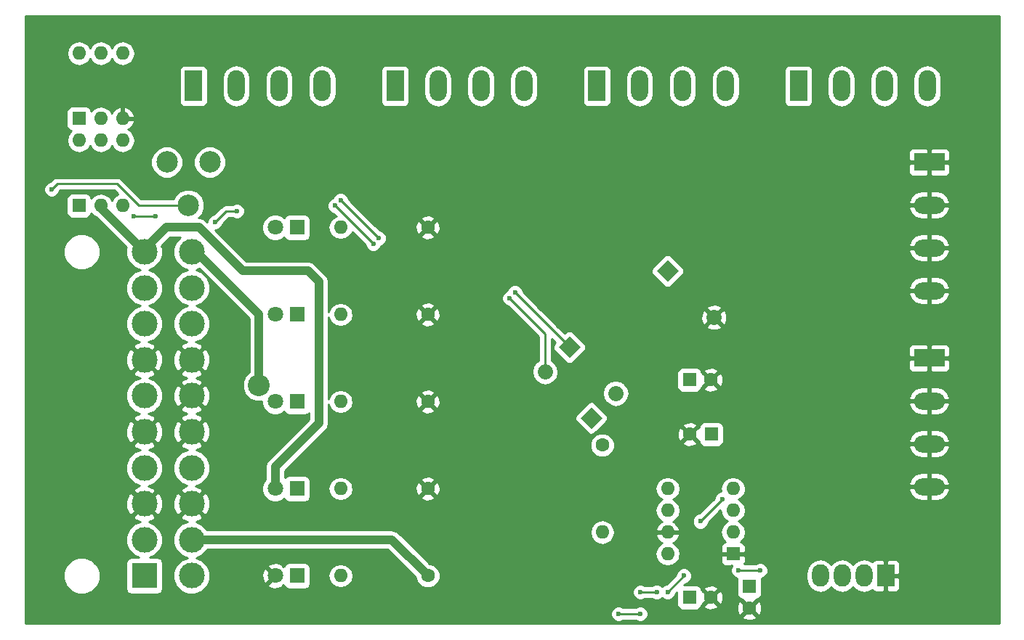
<source format=gbr>
G04 #@! TF.FileFunction,Copper,L2,Bot,Signal*
%FSLAX46Y46*%
G04 Gerber Fmt 4.6, Leading zero omitted, Abs format (unit mm)*
G04 Created by KiCad (PCBNEW 4.0.7) date 05/09/18 21:29:34*
%MOMM*%
%LPD*%
G01*
G04 APERTURE LIST*
%ADD10C,0.100000*%
%ADD11C,1.800000*%
%ADD12R,3.000000X3.000000*%
%ADD13C,3.000000*%
%ADD14R,1.600000X1.600000*%
%ADD15C,1.600000*%
%ADD16R,1.800000X1.800000*%
%ADD17C,1.800000*%
%ADD18R,2.000000X2.600000*%
%ADD19O,2.000000X2.600000*%
%ADD20O,1.600000X1.600000*%
%ADD21C,2.500000*%
%ADD22R,2.000000X3.600000*%
%ADD23O,2.000000X3.600000*%
%ADD24R,3.600000X2.000000*%
%ADD25O,3.600000X2.000000*%
%ADD26C,0.600000*%
%ADD27C,2.540000*%
%ADD28C,0.250000*%
%ADD29C,1.000000*%
%ADD30C,0.254000*%
G04 APERTURE END LIST*
D10*
G36*
X133347208Y-71120000D02*
X134620000Y-69847208D01*
X135892792Y-71120000D01*
X134620000Y-72392792D01*
X133347208Y-71120000D01*
X133347208Y-71120000D01*
G37*
D11*
X140008154Y-76508154D02*
X140008154Y-76508154D01*
D12*
X73660000Y-106680000D03*
D13*
X73660000Y-102480000D03*
X73660000Y-98280000D03*
X73660000Y-94080000D03*
X73660000Y-89880000D03*
X73660000Y-85680000D03*
X73660000Y-81480000D03*
X73660000Y-77280000D03*
X73660000Y-73080000D03*
X73660000Y-68880000D03*
X79160000Y-106680000D03*
X79160000Y-102480000D03*
X79160000Y-98280000D03*
X79160000Y-94080000D03*
X79160000Y-89880000D03*
X79160000Y-85680000D03*
X79160000Y-81480000D03*
X79160000Y-77280000D03*
X79160000Y-73080000D03*
X79160000Y-68880000D03*
D14*
X137160000Y-83820000D03*
D15*
X139660000Y-83820000D03*
D14*
X144145000Y-107950000D03*
D15*
X144145000Y-110450000D03*
D14*
X137160000Y-109220000D03*
D15*
X139660000Y-109220000D03*
D14*
X139700000Y-90170000D03*
D15*
X137200000Y-90170000D03*
D16*
X91440000Y-66040000D03*
D17*
X88900000Y-66040000D03*
D16*
X91440000Y-76200000D03*
D17*
X88900000Y-76200000D03*
D16*
X91440000Y-86360000D03*
D17*
X88900000Y-86360000D03*
D16*
X91440000Y-96520000D03*
D17*
X88900000Y-96520000D03*
D16*
X91440000Y-106680000D03*
D17*
X88900000Y-106680000D03*
D10*
G36*
X121917208Y-80010000D02*
X123190000Y-78737208D01*
X124462792Y-80010000D01*
X123190000Y-81282792D01*
X121917208Y-80010000D01*
X121917208Y-80010000D01*
G37*
D11*
X128578154Y-85398154D02*
X128578154Y-85398154D01*
D10*
G36*
X127002792Y-88265000D02*
X125730000Y-89537792D01*
X124457208Y-88265000D01*
X125730000Y-86992208D01*
X127002792Y-88265000D01*
X127002792Y-88265000D01*
G37*
D11*
X120341846Y-82876846D02*
X120341846Y-82876846D01*
D18*
X160020000Y-106680000D03*
D19*
X157480000Y-106680000D03*
X154940000Y-106680000D03*
X152400000Y-106680000D03*
D15*
X127000000Y-91440000D03*
D20*
X127000000Y-101600000D03*
D15*
X106680000Y-66040000D03*
D20*
X96520000Y-66040000D03*
D15*
X106680000Y-76200000D03*
D20*
X96520000Y-76200000D03*
D15*
X106680000Y-86360000D03*
D20*
X96520000Y-86360000D03*
D15*
X106680000Y-96520000D03*
D20*
X96520000Y-96520000D03*
D15*
X106680000Y-106680000D03*
D20*
X96520000Y-106680000D03*
D14*
X66040000Y-53340000D03*
D20*
X71120000Y-45720000D03*
X68580000Y-53340000D03*
X68580000Y-45720000D03*
X71120000Y-53340000D03*
X66040000Y-45720000D03*
D14*
X66040000Y-63500000D03*
D20*
X71120000Y-55880000D03*
X68580000Y-63500000D03*
X68580000Y-55880000D03*
X71120000Y-63500000D03*
X66040000Y-55880000D03*
D14*
X142240000Y-104140000D03*
D20*
X134620000Y-96520000D03*
X142240000Y-101600000D03*
X134620000Y-99060000D03*
X142240000Y-99060000D03*
X134620000Y-101600000D03*
X142240000Y-96520000D03*
X134620000Y-104140000D03*
D21*
X78780000Y-63460000D03*
X76280000Y-58420000D03*
X81280000Y-58420000D03*
D22*
X79375000Y-49530000D03*
D23*
X84375000Y-49530000D03*
X89375000Y-49530000D03*
X94375000Y-49530000D03*
D22*
X102870000Y-49530000D03*
D23*
X107870000Y-49530000D03*
X112870000Y-49530000D03*
X117870000Y-49530000D03*
D22*
X126365000Y-49530000D03*
D23*
X131365000Y-49530000D03*
X136365000Y-49530000D03*
X141365000Y-49530000D03*
D22*
X149860000Y-49530000D03*
D23*
X154860000Y-49530000D03*
X159860000Y-49530000D03*
X164860000Y-49530000D03*
D24*
X165100000Y-58420000D03*
D25*
X165100000Y-63420000D03*
X165100000Y-68420000D03*
X165100000Y-73420000D03*
D24*
X165100000Y-81280000D03*
D25*
X165100000Y-86280000D03*
X165100000Y-91280000D03*
X165100000Y-96280000D03*
D26*
X138430000Y-100330000D03*
X140970000Y-97790000D03*
X131445000Y-111125000D03*
X128905000Y-111125000D03*
X84455000Y-64135000D03*
X81915000Y-65405000D03*
X74930000Y-64770000D03*
X72390000Y-64770000D03*
D27*
X86995000Y-84455000D03*
D26*
X62865000Y-61595000D03*
X116840000Y-73660000D03*
X100965000Y-67310000D03*
X96520000Y-62865000D03*
X95885000Y-63500000D03*
X100330000Y-67945000D03*
X116205000Y-74295000D03*
X131445000Y-108585000D03*
X133350000Y-108585000D03*
X134620000Y-108585000D03*
X136525000Y-106680000D03*
X142875000Y-106045000D03*
X145415000Y-106045000D03*
D28*
X140970000Y-97790000D02*
X138430000Y-100330000D01*
X128905000Y-111125000D02*
X131445000Y-111125000D01*
X83185000Y-64135000D02*
X84455000Y-64135000D01*
X81915000Y-65405000D02*
X83185000Y-64135000D01*
X72390000Y-64770000D02*
X74930000Y-64770000D01*
D29*
X86995000Y-84455000D02*
X86995000Y-76200000D01*
X86995000Y-76200000D02*
X79675000Y-68880000D01*
X79675000Y-68880000D02*
X79160000Y-68880000D01*
X68580000Y-63500000D02*
X68580000Y-63800000D01*
X68580000Y-63800000D02*
X73660000Y-68880000D01*
X73660000Y-68880000D02*
X73660000Y-68580000D01*
X73660000Y-68580000D02*
X76200000Y-66040000D01*
X76200000Y-66040000D02*
X80010000Y-66040000D01*
X80010000Y-66040000D02*
X85090000Y-71120000D01*
X85090000Y-71120000D02*
X92710000Y-71120000D01*
X92710000Y-71120000D02*
X93980000Y-72390000D01*
X93980000Y-72390000D02*
X93980000Y-88900000D01*
X93980000Y-88900000D02*
X88900000Y-93980000D01*
X88900000Y-93980000D02*
X88900000Y-96520000D01*
X102480000Y-102480000D02*
X106680000Y-106680000D01*
X79160000Y-102480000D02*
X102480000Y-102480000D01*
D28*
X78780000Y-63460000D02*
X72985000Y-63460000D01*
X63500000Y-60960000D02*
X62865000Y-61595000D01*
X70485000Y-60960000D02*
X63500000Y-60960000D01*
X72985000Y-63460000D02*
X70485000Y-60960000D01*
X116840000Y-73660000D02*
X123190000Y-80010000D01*
X96520000Y-62865000D02*
X100965000Y-67310000D01*
X95885000Y-63500000D02*
X100330000Y-67945000D01*
X116205000Y-74295000D02*
X120341846Y-78431846D01*
X120341846Y-78431846D02*
X120341846Y-82876846D01*
X131445000Y-108585000D02*
X133350000Y-108585000D01*
X134620000Y-108585000D02*
X136525000Y-106680000D01*
X142875000Y-106045000D02*
X145415000Y-106045000D01*
D30*
G36*
X173228000Y-112268000D02*
X59817000Y-112268000D01*
X59817000Y-111310167D01*
X127969838Y-111310167D01*
X128111883Y-111653943D01*
X128374673Y-111917192D01*
X128718201Y-112059838D01*
X129090167Y-112060162D01*
X129433943Y-111918117D01*
X129467118Y-111885000D01*
X130882537Y-111885000D01*
X130914673Y-111917192D01*
X131258201Y-112059838D01*
X131630167Y-112060162D01*
X131973943Y-111918117D01*
X132237192Y-111655327D01*
X132319235Y-111457745D01*
X143316861Y-111457745D01*
X143390995Y-111703864D01*
X143928223Y-111896965D01*
X144498454Y-111869778D01*
X144899005Y-111703864D01*
X144973139Y-111457745D01*
X144145000Y-110629605D01*
X143316861Y-111457745D01*
X132319235Y-111457745D01*
X132379838Y-111311799D01*
X132380162Y-110939833D01*
X132238117Y-110596057D01*
X131975327Y-110332808D01*
X131631799Y-110190162D01*
X131259833Y-110189838D01*
X130916057Y-110331883D01*
X130882882Y-110365000D01*
X129467463Y-110365000D01*
X129435327Y-110332808D01*
X129091799Y-110190162D01*
X128719833Y-110189838D01*
X128376057Y-110331883D01*
X128112808Y-110594673D01*
X127970162Y-110938201D01*
X127969838Y-111310167D01*
X59817000Y-111310167D01*
X59817000Y-107102815D01*
X64224630Y-107102815D01*
X64548980Y-107887800D01*
X65149041Y-108488909D01*
X65933459Y-108814628D01*
X66782815Y-108815370D01*
X67567800Y-108491020D01*
X68168909Y-107890959D01*
X68494628Y-107106541D01*
X68495370Y-106257185D01*
X68171020Y-105472200D01*
X67879330Y-105180000D01*
X71512560Y-105180000D01*
X71512560Y-108180000D01*
X71556838Y-108415317D01*
X71695910Y-108631441D01*
X71908110Y-108776431D01*
X72160000Y-108827440D01*
X75160000Y-108827440D01*
X75395317Y-108783162D01*
X75611441Y-108644090D01*
X75756431Y-108431890D01*
X75807440Y-108180000D01*
X75807440Y-105180000D01*
X75763162Y-104944683D01*
X75624090Y-104728559D01*
X75411890Y-104583569D01*
X75160000Y-104532560D01*
X74283230Y-104532560D01*
X74867800Y-104291020D01*
X75468909Y-103690959D01*
X75794628Y-102906541D01*
X75794631Y-102902815D01*
X77024630Y-102902815D01*
X77348980Y-103687800D01*
X77949041Y-104288909D01*
X78650823Y-104580314D01*
X77952200Y-104868980D01*
X77351091Y-105469041D01*
X77025372Y-106253459D01*
X77024630Y-107102815D01*
X77348980Y-107887800D01*
X77949041Y-108488909D01*
X78733459Y-108814628D01*
X79582815Y-108815370D01*
X79692214Y-108770167D01*
X130509838Y-108770167D01*
X130651883Y-109113943D01*
X130914673Y-109377192D01*
X131258201Y-109519838D01*
X131630167Y-109520162D01*
X131973943Y-109378117D01*
X132007118Y-109345000D01*
X132787537Y-109345000D01*
X132819673Y-109377192D01*
X133163201Y-109519838D01*
X133535167Y-109520162D01*
X133878943Y-109378117D01*
X133984954Y-109272290D01*
X134089673Y-109377192D01*
X134433201Y-109519838D01*
X134805167Y-109520162D01*
X135148943Y-109378117D01*
X135412192Y-109115327D01*
X135554838Y-108771799D01*
X135554879Y-108724923D01*
X135712560Y-108567242D01*
X135712560Y-110020000D01*
X135756838Y-110255317D01*
X135895910Y-110471441D01*
X136108110Y-110616431D01*
X136360000Y-110667440D01*
X137960000Y-110667440D01*
X138195317Y-110623162D01*
X138411441Y-110484090D01*
X138556431Y-110271890D01*
X138565370Y-110227745D01*
X138831861Y-110227745D01*
X138905995Y-110473864D01*
X139443223Y-110666965D01*
X140013454Y-110639778D01*
X140414005Y-110473864D01*
X140486488Y-110233223D01*
X142698035Y-110233223D01*
X142725222Y-110803454D01*
X142891136Y-111204005D01*
X143137255Y-111278139D01*
X143965395Y-110450000D01*
X144324605Y-110450000D01*
X145152745Y-111278139D01*
X145398864Y-111204005D01*
X145591965Y-110666777D01*
X145564778Y-110096546D01*
X145398864Y-109695995D01*
X145152745Y-109621861D01*
X144324605Y-110450000D01*
X143965395Y-110450000D01*
X143137255Y-109621861D01*
X142891136Y-109695995D01*
X142698035Y-110233223D01*
X140486488Y-110233223D01*
X140488139Y-110227745D01*
X139660000Y-109399605D01*
X138831861Y-110227745D01*
X138565370Y-110227745D01*
X138604646Y-110033799D01*
X138652255Y-110048139D01*
X139480395Y-109220000D01*
X139839605Y-109220000D01*
X140667745Y-110048139D01*
X140913864Y-109974005D01*
X141106965Y-109436777D01*
X141079778Y-108866546D01*
X140913864Y-108465995D01*
X140667745Y-108391861D01*
X139839605Y-109220000D01*
X139480395Y-109220000D01*
X138652255Y-108391861D01*
X138604833Y-108406145D01*
X138568351Y-108212255D01*
X138831861Y-108212255D01*
X139660000Y-109040395D01*
X140488139Y-108212255D01*
X140414005Y-107966136D01*
X139876777Y-107773035D01*
X139306546Y-107800222D01*
X138905995Y-107966136D01*
X138831861Y-108212255D01*
X138568351Y-108212255D01*
X138563162Y-108184683D01*
X138424090Y-107968559D01*
X138211890Y-107823569D01*
X137960000Y-107772560D01*
X136507242Y-107772560D01*
X136664680Y-107615122D01*
X136710167Y-107615162D01*
X137053943Y-107473117D01*
X137317192Y-107210327D01*
X137459838Y-106866799D01*
X137460162Y-106494833D01*
X137318117Y-106151057D01*
X137055327Y-105887808D01*
X136711799Y-105745162D01*
X136339833Y-105744838D01*
X135996057Y-105886883D01*
X135732808Y-106149673D01*
X135590162Y-106493201D01*
X135590121Y-106540077D01*
X134480320Y-107649878D01*
X134434833Y-107649838D01*
X134091057Y-107791883D01*
X133985046Y-107897710D01*
X133880327Y-107792808D01*
X133536799Y-107650162D01*
X133164833Y-107649838D01*
X132821057Y-107791883D01*
X132787882Y-107825000D01*
X132007463Y-107825000D01*
X131975327Y-107792808D01*
X131631799Y-107650162D01*
X131259833Y-107649838D01*
X130916057Y-107791883D01*
X130652808Y-108054673D01*
X130510162Y-108398201D01*
X130509838Y-108770167D01*
X79692214Y-108770167D01*
X80367800Y-108491020D01*
X80968909Y-107890959D01*
X81294628Y-107106541D01*
X81295210Y-106439336D01*
X87353542Y-106439336D01*
X87379161Y-107049460D01*
X87563357Y-107494148D01*
X87819841Y-107580554D01*
X88720395Y-106680000D01*
X87819841Y-105779446D01*
X87563357Y-105865852D01*
X87353542Y-106439336D01*
X81295210Y-106439336D01*
X81295370Y-106257185D01*
X81023761Y-105599841D01*
X87999446Y-105599841D01*
X88900000Y-106500395D01*
X88914143Y-106486253D01*
X89093748Y-106665858D01*
X89079605Y-106680000D01*
X89093748Y-106694143D01*
X88914143Y-106873748D01*
X88900000Y-106859605D01*
X87999446Y-107760159D01*
X88085852Y-108016643D01*
X88659336Y-108226458D01*
X89269460Y-108200839D01*
X89714148Y-108016643D01*
X89800553Y-107760161D01*
X89915110Y-107874718D01*
X89951588Y-107838240D01*
X90075910Y-108031441D01*
X90288110Y-108176431D01*
X90540000Y-108227440D01*
X92340000Y-108227440D01*
X92575317Y-108183162D01*
X92791441Y-108044090D01*
X92936431Y-107831890D01*
X92987440Y-107580000D01*
X92987440Y-106680000D01*
X95056887Y-106680000D01*
X95166120Y-107229151D01*
X95477189Y-107694698D01*
X95942736Y-108005767D01*
X96491887Y-108115000D01*
X96548113Y-108115000D01*
X97097264Y-108005767D01*
X97562811Y-107694698D01*
X97873880Y-107229151D01*
X97983113Y-106680000D01*
X97873880Y-106130849D01*
X97562811Y-105665302D01*
X97097264Y-105354233D01*
X96548113Y-105245000D01*
X96491887Y-105245000D01*
X95942736Y-105354233D01*
X95477189Y-105665302D01*
X95166120Y-106130849D01*
X95056887Y-106680000D01*
X92987440Y-106680000D01*
X92987440Y-105780000D01*
X92943162Y-105544683D01*
X92804090Y-105328559D01*
X92591890Y-105183569D01*
X92340000Y-105132560D01*
X90540000Y-105132560D01*
X90304683Y-105176838D01*
X90088559Y-105315910D01*
X89949402Y-105519574D01*
X89915110Y-105485282D01*
X89800553Y-105599839D01*
X89714148Y-105343357D01*
X89140664Y-105133542D01*
X88530540Y-105159161D01*
X88085852Y-105343357D01*
X87999446Y-105599841D01*
X81023761Y-105599841D01*
X80971020Y-105472200D01*
X80370959Y-104871091D01*
X79669177Y-104579686D01*
X80367800Y-104291020D01*
X80968909Y-103690959D01*
X81000450Y-103615000D01*
X102009868Y-103615000D01*
X105244852Y-106849984D01*
X105244752Y-106964187D01*
X105462757Y-107491800D01*
X105866077Y-107895824D01*
X106393309Y-108114750D01*
X106964187Y-108115248D01*
X107491800Y-107897243D01*
X107895824Y-107493923D01*
X108114750Y-106966691D01*
X108115248Y-106395813D01*
X107897243Y-105868200D01*
X107493923Y-105464176D01*
X106966691Y-105245250D01*
X106850280Y-105245148D01*
X105745132Y-104140000D01*
X133156887Y-104140000D01*
X133266120Y-104689151D01*
X133577189Y-105154698D01*
X134042736Y-105465767D01*
X134591887Y-105575000D01*
X134648113Y-105575000D01*
X135197264Y-105465767D01*
X135662811Y-105154698D01*
X135973880Y-104689151D01*
X136026273Y-104425750D01*
X140805000Y-104425750D01*
X140805000Y-105066310D01*
X140901673Y-105299699D01*
X141080302Y-105478327D01*
X141313691Y-105575000D01*
X141954250Y-105575000D01*
X142112998Y-105416252D01*
X142112998Y-105484536D01*
X142082808Y-105514673D01*
X141940162Y-105858201D01*
X141939838Y-106230167D01*
X142081883Y-106573943D01*
X142344673Y-106837192D01*
X142688201Y-106979838D01*
X142732011Y-106979876D01*
X142697560Y-107150000D01*
X142697560Y-108750000D01*
X142741838Y-108985317D01*
X142880910Y-109201441D01*
X143093110Y-109346431D01*
X143331201Y-109394646D01*
X143316861Y-109442255D01*
X144145000Y-110270395D01*
X144973139Y-109442255D01*
X144958855Y-109394833D01*
X145180317Y-109353162D01*
X145396441Y-109214090D01*
X145541431Y-109001890D01*
X145592440Y-108750000D01*
X145592440Y-107150000D01*
X145560476Y-106980127D01*
X145600167Y-106980162D01*
X145943943Y-106838117D01*
X146207192Y-106575327D01*
X146304040Y-106342091D01*
X150765000Y-106342091D01*
X150765000Y-107017909D01*
X150889457Y-107643596D01*
X151243880Y-108174029D01*
X151774313Y-108528452D01*
X152400000Y-108652909D01*
X153025687Y-108528452D01*
X153556120Y-108174029D01*
X153670000Y-108003595D01*
X153783880Y-108174029D01*
X154314313Y-108528452D01*
X154940000Y-108652909D01*
X155565687Y-108528452D01*
X156096120Y-108174029D01*
X156210000Y-108003595D01*
X156323880Y-108174029D01*
X156854313Y-108528452D01*
X157480000Y-108652909D01*
X158105687Y-108528452D01*
X158461406Y-108290769D01*
X158481673Y-108339699D01*
X158660302Y-108518327D01*
X158893691Y-108615000D01*
X159734250Y-108615000D01*
X159893000Y-108456250D01*
X159893000Y-106807000D01*
X160147000Y-106807000D01*
X160147000Y-108456250D01*
X160305750Y-108615000D01*
X161146309Y-108615000D01*
X161379698Y-108518327D01*
X161558327Y-108339699D01*
X161655000Y-108106310D01*
X161655000Y-106965750D01*
X161496250Y-106807000D01*
X160147000Y-106807000D01*
X159893000Y-106807000D01*
X159873000Y-106807000D01*
X159873000Y-106553000D01*
X159893000Y-106553000D01*
X159893000Y-104903750D01*
X160147000Y-104903750D01*
X160147000Y-106553000D01*
X161496250Y-106553000D01*
X161655000Y-106394250D01*
X161655000Y-105253690D01*
X161558327Y-105020301D01*
X161379698Y-104841673D01*
X161146309Y-104745000D01*
X160305750Y-104745000D01*
X160147000Y-104903750D01*
X159893000Y-104903750D01*
X159734250Y-104745000D01*
X158893691Y-104745000D01*
X158660302Y-104841673D01*
X158481673Y-105020301D01*
X158461406Y-105069231D01*
X158105687Y-104831548D01*
X157480000Y-104707091D01*
X156854313Y-104831548D01*
X156323880Y-105185971D01*
X156210000Y-105356405D01*
X156096120Y-105185971D01*
X155565687Y-104831548D01*
X154940000Y-104707091D01*
X154314313Y-104831548D01*
X153783880Y-105185971D01*
X153670000Y-105356405D01*
X153556120Y-105185971D01*
X153025687Y-104831548D01*
X152400000Y-104707091D01*
X151774313Y-104831548D01*
X151243880Y-105185971D01*
X150889457Y-105716404D01*
X150765000Y-106342091D01*
X146304040Y-106342091D01*
X146349838Y-106231799D01*
X146350162Y-105859833D01*
X146208117Y-105516057D01*
X145945327Y-105252808D01*
X145601799Y-105110162D01*
X145229833Y-105109838D01*
X144886057Y-105251883D01*
X144852882Y-105285000D01*
X143584416Y-105285000D01*
X143675000Y-105066310D01*
X143675000Y-104425750D01*
X143516250Y-104267000D01*
X142367000Y-104267000D01*
X142367000Y-104287000D01*
X142113000Y-104287000D01*
X142113000Y-104267000D01*
X140963750Y-104267000D01*
X140805000Y-104425750D01*
X136026273Y-104425750D01*
X136083113Y-104140000D01*
X135973880Y-103590849D01*
X135662811Y-103125302D01*
X135258297Y-102855014D01*
X135475134Y-102752389D01*
X135851041Y-102337423D01*
X136011904Y-101949039D01*
X135889915Y-101727000D01*
X134747000Y-101727000D01*
X134747000Y-101747000D01*
X134493000Y-101747000D01*
X134493000Y-101727000D01*
X133350085Y-101727000D01*
X133228096Y-101949039D01*
X133388959Y-102337423D01*
X133764866Y-102752389D01*
X133981703Y-102855014D01*
X133577189Y-103125302D01*
X133266120Y-103590849D01*
X133156887Y-104140000D01*
X105745132Y-104140000D01*
X103282566Y-101677434D01*
X103166678Y-101600000D01*
X103124604Y-101571887D01*
X125565000Y-101571887D01*
X125565000Y-101628113D01*
X125674233Y-102177264D01*
X125985302Y-102642811D01*
X126450849Y-102953880D01*
X127000000Y-103063113D01*
X127549151Y-102953880D01*
X128014698Y-102642811D01*
X128325767Y-102177264D01*
X128435000Y-101628113D01*
X128435000Y-101571887D01*
X128325767Y-101022736D01*
X128014698Y-100557189D01*
X127549151Y-100246120D01*
X127000000Y-100136887D01*
X126450849Y-100246120D01*
X125985302Y-100557189D01*
X125674233Y-101022736D01*
X125565000Y-101571887D01*
X103124604Y-101571887D01*
X102914346Y-101431397D01*
X102480000Y-101345000D01*
X81001100Y-101345000D01*
X80971020Y-101272200D01*
X80370959Y-100671091D01*
X79679633Y-100384027D01*
X80334582Y-100112739D01*
X80494365Y-99793970D01*
X79160000Y-98459605D01*
X77825635Y-99793970D01*
X77985418Y-100112739D01*
X78659186Y-100376858D01*
X77952200Y-100668980D01*
X77351091Y-101269041D01*
X77025372Y-102053459D01*
X77024630Y-102902815D01*
X75794631Y-102902815D01*
X75795370Y-102057185D01*
X75471020Y-101272200D01*
X74870959Y-100671091D01*
X74179633Y-100384027D01*
X74834582Y-100112739D01*
X74994365Y-99793970D01*
X73660000Y-98459605D01*
X72325635Y-99793970D01*
X72485418Y-100112739D01*
X73159186Y-100376858D01*
X72452200Y-100668980D01*
X71851091Y-101269041D01*
X71525372Y-102053459D01*
X71524630Y-102902815D01*
X71848980Y-103687800D01*
X72449041Y-104288909D01*
X73035817Y-104532560D01*
X72160000Y-104532560D01*
X71924683Y-104576838D01*
X71708559Y-104715910D01*
X71563569Y-104928110D01*
X71512560Y-105180000D01*
X67879330Y-105180000D01*
X67570959Y-104871091D01*
X66786541Y-104545372D01*
X65937185Y-104544630D01*
X65152200Y-104868980D01*
X64551091Y-105469041D01*
X64225372Y-106253459D01*
X64224630Y-107102815D01*
X59817000Y-107102815D01*
X59817000Y-97896187D01*
X71517277Y-97896187D01*
X71533503Y-98745387D01*
X71827261Y-99454582D01*
X72146030Y-99614365D01*
X73480395Y-98280000D01*
X73839605Y-98280000D01*
X75173970Y-99614365D01*
X75492739Y-99454582D01*
X75802723Y-98663813D01*
X75788056Y-97896187D01*
X77017277Y-97896187D01*
X77033503Y-98745387D01*
X77327261Y-99454582D01*
X77646030Y-99614365D01*
X78980395Y-98280000D01*
X79339605Y-98280000D01*
X80673970Y-99614365D01*
X80992739Y-99454582D01*
X81302723Y-98663813D01*
X81286497Y-97814613D01*
X80992739Y-97105418D01*
X80673970Y-96945635D01*
X79339605Y-98280000D01*
X78980395Y-98280000D01*
X77646030Y-96945635D01*
X77327261Y-97105418D01*
X77017277Y-97896187D01*
X75788056Y-97896187D01*
X75786497Y-97814613D01*
X75492739Y-97105418D01*
X75173970Y-96945635D01*
X73839605Y-98280000D01*
X73480395Y-98280000D01*
X72146030Y-96945635D01*
X71827261Y-97105418D01*
X71517277Y-97896187D01*
X59817000Y-97896187D01*
X59817000Y-94502815D01*
X71524630Y-94502815D01*
X71848980Y-95287800D01*
X72449041Y-95888909D01*
X73140367Y-96175973D01*
X72485418Y-96447261D01*
X72325635Y-96766030D01*
X73660000Y-98100395D01*
X74994365Y-96766030D01*
X74834582Y-96447261D01*
X74160814Y-96183142D01*
X74867800Y-95891020D01*
X75468909Y-95290959D01*
X75794628Y-94506541D01*
X75794631Y-94502815D01*
X77024630Y-94502815D01*
X77348980Y-95287800D01*
X77949041Y-95888909D01*
X78640367Y-96175973D01*
X77985418Y-96447261D01*
X77825635Y-96766030D01*
X79160000Y-98100395D01*
X80494365Y-96766030D01*
X80334582Y-96447261D01*
X79660814Y-96183142D01*
X80367800Y-95891020D01*
X80968909Y-95290959D01*
X81294628Y-94506541D01*
X81295370Y-93657185D01*
X80971020Y-92872200D01*
X80370959Y-92271091D01*
X79679633Y-91984027D01*
X80334582Y-91712739D01*
X80494365Y-91393970D01*
X79160000Y-90059605D01*
X77825635Y-91393970D01*
X77985418Y-91712739D01*
X78659186Y-91976858D01*
X77952200Y-92268980D01*
X77351091Y-92869041D01*
X77025372Y-93653459D01*
X77024630Y-94502815D01*
X75794631Y-94502815D01*
X75795370Y-93657185D01*
X75471020Y-92872200D01*
X74870959Y-92271091D01*
X74179633Y-91984027D01*
X74834582Y-91712739D01*
X74994365Y-91393970D01*
X73660000Y-90059605D01*
X72325635Y-91393970D01*
X72485418Y-91712739D01*
X73159186Y-91976858D01*
X72452200Y-92268980D01*
X71851091Y-92869041D01*
X71525372Y-93653459D01*
X71524630Y-94502815D01*
X59817000Y-94502815D01*
X59817000Y-89496187D01*
X71517277Y-89496187D01*
X71533503Y-90345387D01*
X71827261Y-91054582D01*
X72146030Y-91214365D01*
X73480395Y-89880000D01*
X73839605Y-89880000D01*
X75173970Y-91214365D01*
X75492739Y-91054582D01*
X75802723Y-90263813D01*
X75788056Y-89496187D01*
X77017277Y-89496187D01*
X77033503Y-90345387D01*
X77327261Y-91054582D01*
X77646030Y-91214365D01*
X78980395Y-89880000D01*
X79339605Y-89880000D01*
X80673970Y-91214365D01*
X80992739Y-91054582D01*
X81302723Y-90263813D01*
X81286497Y-89414613D01*
X80992739Y-88705418D01*
X80673970Y-88545635D01*
X79339605Y-89880000D01*
X78980395Y-89880000D01*
X77646030Y-88545635D01*
X77327261Y-88705418D01*
X77017277Y-89496187D01*
X75788056Y-89496187D01*
X75786497Y-89414613D01*
X75492739Y-88705418D01*
X75173970Y-88545635D01*
X73839605Y-89880000D01*
X73480395Y-89880000D01*
X72146030Y-88545635D01*
X71827261Y-88705418D01*
X71517277Y-89496187D01*
X59817000Y-89496187D01*
X59817000Y-86102815D01*
X71524630Y-86102815D01*
X71848980Y-86887800D01*
X72449041Y-87488909D01*
X73140367Y-87775973D01*
X72485418Y-88047261D01*
X72325635Y-88366030D01*
X73660000Y-89700395D01*
X74994365Y-88366030D01*
X74834582Y-88047261D01*
X74160814Y-87783142D01*
X74867800Y-87491020D01*
X75165368Y-87193970D01*
X77825635Y-87193970D01*
X77985418Y-87512739D01*
X78648419Y-87772637D01*
X77985418Y-88047261D01*
X77825635Y-88366030D01*
X79160000Y-89700395D01*
X80494365Y-88366030D01*
X80334582Y-88047261D01*
X79671581Y-87787363D01*
X80334582Y-87512739D01*
X80494365Y-87193970D01*
X79160000Y-85859605D01*
X77825635Y-87193970D01*
X75165368Y-87193970D01*
X75468909Y-86890959D01*
X75794628Y-86106541D01*
X75795335Y-85296187D01*
X77017277Y-85296187D01*
X77033503Y-86145387D01*
X77327261Y-86854582D01*
X77646030Y-87014365D01*
X78980395Y-85680000D01*
X79339605Y-85680000D01*
X80673970Y-87014365D01*
X80992739Y-86854582D01*
X81302723Y-86063813D01*
X81286497Y-85214613D01*
X80992739Y-84505418D01*
X80673970Y-84345635D01*
X79339605Y-85680000D01*
X78980395Y-85680000D01*
X77646030Y-84345635D01*
X77327261Y-84505418D01*
X77017277Y-85296187D01*
X75795335Y-85296187D01*
X75795370Y-85257185D01*
X75471020Y-84472200D01*
X74870959Y-83871091D01*
X74179633Y-83584027D01*
X74834582Y-83312739D01*
X74994365Y-82993970D01*
X77825635Y-82993970D01*
X77985418Y-83312739D01*
X78648419Y-83572637D01*
X77985418Y-83847261D01*
X77825635Y-84166030D01*
X79160000Y-85500395D01*
X80494365Y-84166030D01*
X80334582Y-83847261D01*
X79671581Y-83587363D01*
X80334582Y-83312739D01*
X80494365Y-82993970D01*
X79160000Y-81659605D01*
X77825635Y-82993970D01*
X74994365Y-82993970D01*
X73660000Y-81659605D01*
X72325635Y-82993970D01*
X72485418Y-83312739D01*
X73159186Y-83576858D01*
X72452200Y-83868980D01*
X71851091Y-84469041D01*
X71525372Y-85253459D01*
X71524630Y-86102815D01*
X59817000Y-86102815D01*
X59817000Y-81096187D01*
X71517277Y-81096187D01*
X71533503Y-81945387D01*
X71827261Y-82654582D01*
X72146030Y-82814365D01*
X73480395Y-81480000D01*
X73839605Y-81480000D01*
X75173970Y-82814365D01*
X75492739Y-82654582D01*
X75802723Y-81863813D01*
X75788056Y-81096187D01*
X77017277Y-81096187D01*
X77033503Y-81945387D01*
X77327261Y-82654582D01*
X77646030Y-82814365D01*
X78980395Y-81480000D01*
X79339605Y-81480000D01*
X80673970Y-82814365D01*
X80992739Y-82654582D01*
X81302723Y-81863813D01*
X81286497Y-81014613D01*
X80992739Y-80305418D01*
X80673970Y-80145635D01*
X79339605Y-81480000D01*
X78980395Y-81480000D01*
X77646030Y-80145635D01*
X77327261Y-80305418D01*
X77017277Y-81096187D01*
X75788056Y-81096187D01*
X75786497Y-81014613D01*
X75492739Y-80305418D01*
X75173970Y-80145635D01*
X73839605Y-81480000D01*
X73480395Y-81480000D01*
X72146030Y-80145635D01*
X71827261Y-80305418D01*
X71517277Y-81096187D01*
X59817000Y-81096187D01*
X59817000Y-69302815D01*
X64224630Y-69302815D01*
X64548980Y-70087800D01*
X65149041Y-70688909D01*
X65933459Y-71014628D01*
X66782815Y-71015370D01*
X67567800Y-70691020D01*
X68168909Y-70090959D01*
X68494628Y-69306541D01*
X68495370Y-68457185D01*
X68171020Y-67672200D01*
X67570959Y-67071091D01*
X66786541Y-66745372D01*
X65937185Y-66744630D01*
X65152200Y-67068980D01*
X64551091Y-67669041D01*
X64225372Y-68453459D01*
X64224630Y-69302815D01*
X59817000Y-69302815D01*
X59817000Y-61780167D01*
X61929838Y-61780167D01*
X62071883Y-62123943D01*
X62334673Y-62387192D01*
X62678201Y-62529838D01*
X63050167Y-62530162D01*
X63393943Y-62388117D01*
X63657192Y-62125327D01*
X63799838Y-61781799D01*
X63799879Y-61734923D01*
X63814802Y-61720000D01*
X70170198Y-61720000D01*
X70592092Y-62141894D01*
X70570849Y-62146120D01*
X70105302Y-62457189D01*
X69850000Y-62839275D01*
X69594698Y-62457189D01*
X69129151Y-62146120D01*
X68580000Y-62036887D01*
X68030849Y-62146120D01*
X67565302Y-62457189D01*
X67468899Y-62601465D01*
X67443162Y-62464683D01*
X67304090Y-62248559D01*
X67091890Y-62103569D01*
X66840000Y-62052560D01*
X65240000Y-62052560D01*
X65004683Y-62096838D01*
X64788559Y-62235910D01*
X64643569Y-62448110D01*
X64592560Y-62700000D01*
X64592560Y-64300000D01*
X64636838Y-64535317D01*
X64775910Y-64751441D01*
X64988110Y-64896431D01*
X65240000Y-64947440D01*
X66840000Y-64947440D01*
X67075317Y-64903162D01*
X67291441Y-64764090D01*
X67436431Y-64551890D01*
X67467815Y-64396911D01*
X67565302Y-64542811D01*
X68024517Y-64849649D01*
X71555579Y-68380711D01*
X71525372Y-68453459D01*
X71524630Y-69302815D01*
X71848980Y-70087800D01*
X72449041Y-70688909D01*
X73150823Y-70980314D01*
X72452200Y-71268980D01*
X71851091Y-71869041D01*
X71525372Y-72653459D01*
X71524630Y-73502815D01*
X71848980Y-74287800D01*
X72449041Y-74888909D01*
X73150823Y-75180314D01*
X72452200Y-75468980D01*
X71851091Y-76069041D01*
X71525372Y-76853459D01*
X71524630Y-77702815D01*
X71848980Y-78487800D01*
X72449041Y-79088909D01*
X73140367Y-79375973D01*
X72485418Y-79647261D01*
X72325635Y-79966030D01*
X73660000Y-81300395D01*
X74994365Y-79966030D01*
X74834582Y-79647261D01*
X74160814Y-79383142D01*
X74867800Y-79091020D01*
X75468909Y-78490959D01*
X75794628Y-77706541D01*
X75795370Y-76857185D01*
X75471020Y-76072200D01*
X74870959Y-75471091D01*
X74169177Y-75179686D01*
X74867800Y-74891020D01*
X75468909Y-74290959D01*
X75794628Y-73506541D01*
X75795370Y-72657185D01*
X75471020Y-71872200D01*
X74870959Y-71271091D01*
X74169177Y-70979686D01*
X74867800Y-70691020D01*
X75468909Y-70090959D01*
X75794628Y-69306541D01*
X75795370Y-68457185D01*
X75676247Y-68168886D01*
X76670133Y-67175000D01*
X77845995Y-67175000D01*
X77351091Y-67669041D01*
X77025372Y-68453459D01*
X77024630Y-69302815D01*
X77348980Y-70087800D01*
X77949041Y-70688909D01*
X78650823Y-70980314D01*
X77952200Y-71268980D01*
X77351091Y-71869041D01*
X77025372Y-72653459D01*
X77024630Y-73502815D01*
X77348980Y-74287800D01*
X77949041Y-74888909D01*
X78650823Y-75180314D01*
X77952200Y-75468980D01*
X77351091Y-76069041D01*
X77025372Y-76853459D01*
X77024630Y-77702815D01*
X77348980Y-78487800D01*
X77949041Y-79088909D01*
X78640367Y-79375973D01*
X77985418Y-79647261D01*
X77825635Y-79966030D01*
X79160000Y-81300395D01*
X80494365Y-79966030D01*
X80334582Y-79647261D01*
X79660814Y-79383142D01*
X80367800Y-79091020D01*
X80968909Y-78490959D01*
X81294628Y-77706541D01*
X81295370Y-76857185D01*
X80971020Y-76072200D01*
X80370959Y-75471091D01*
X79669177Y-75179686D01*
X80367800Y-74891020D01*
X80968909Y-74290959D01*
X81294628Y-73506541D01*
X81295370Y-72657185D01*
X80971020Y-71872200D01*
X80370959Y-71271091D01*
X79669177Y-70979686D01*
X80023252Y-70833384D01*
X85860000Y-76670132D01*
X85860000Y-82896292D01*
X85380961Y-83374495D01*
X85090332Y-84074410D01*
X85089670Y-84832265D01*
X85379078Y-85532686D01*
X85914495Y-86069039D01*
X86614410Y-86359668D01*
X87365000Y-86360324D01*
X87364735Y-86663991D01*
X87597932Y-87228371D01*
X88029357Y-87660551D01*
X88593330Y-87894733D01*
X89203991Y-87895265D01*
X89768371Y-87662068D01*
X89936613Y-87494120D01*
X89936838Y-87495317D01*
X90075910Y-87711441D01*
X90288110Y-87856431D01*
X90540000Y-87907440D01*
X92340000Y-87907440D01*
X92575317Y-87863162D01*
X92791441Y-87724090D01*
X92845000Y-87645704D01*
X92845000Y-88429868D01*
X88097434Y-93177434D01*
X87851397Y-93545654D01*
X87765000Y-93980000D01*
X87765000Y-95484095D01*
X87599449Y-95649357D01*
X87365267Y-96213330D01*
X87364735Y-96823991D01*
X87597932Y-97388371D01*
X88029357Y-97820551D01*
X88593330Y-98054733D01*
X89203991Y-98055265D01*
X89768371Y-97822068D01*
X89936613Y-97654120D01*
X89936838Y-97655317D01*
X90075910Y-97871441D01*
X90288110Y-98016431D01*
X90540000Y-98067440D01*
X92340000Y-98067440D01*
X92575317Y-98023162D01*
X92791441Y-97884090D01*
X92936431Y-97671890D01*
X92987440Y-97420000D01*
X92987440Y-96520000D01*
X95056887Y-96520000D01*
X95166120Y-97069151D01*
X95477189Y-97534698D01*
X95942736Y-97845767D01*
X96491887Y-97955000D01*
X96548113Y-97955000D01*
X97097264Y-97845767D01*
X97562811Y-97534698D01*
X97567456Y-97527745D01*
X105851861Y-97527745D01*
X105925995Y-97773864D01*
X106463223Y-97966965D01*
X107033454Y-97939778D01*
X107434005Y-97773864D01*
X107508139Y-97527745D01*
X106680000Y-96699605D01*
X105851861Y-97527745D01*
X97567456Y-97527745D01*
X97873880Y-97069151D01*
X97983113Y-96520000D01*
X97939994Y-96303223D01*
X105233035Y-96303223D01*
X105260222Y-96873454D01*
X105426136Y-97274005D01*
X105672255Y-97348139D01*
X106500395Y-96520000D01*
X106859605Y-96520000D01*
X107687745Y-97348139D01*
X107933864Y-97274005D01*
X108126965Y-96736777D01*
X108116630Y-96520000D01*
X133156887Y-96520000D01*
X133266120Y-97069151D01*
X133577189Y-97534698D01*
X133959275Y-97790000D01*
X133577189Y-98045302D01*
X133266120Y-98510849D01*
X133156887Y-99060000D01*
X133266120Y-99609151D01*
X133577189Y-100074698D01*
X133981703Y-100344986D01*
X133764866Y-100447611D01*
X133388959Y-100862577D01*
X133228096Y-101250961D01*
X133350085Y-101473000D01*
X134493000Y-101473000D01*
X134493000Y-101453000D01*
X134747000Y-101453000D01*
X134747000Y-101473000D01*
X135889915Y-101473000D01*
X136011904Y-101250961D01*
X135851041Y-100862577D01*
X135536332Y-100515167D01*
X137494838Y-100515167D01*
X137636883Y-100858943D01*
X137899673Y-101122192D01*
X138243201Y-101264838D01*
X138615167Y-101265162D01*
X138958943Y-101123117D01*
X139222192Y-100860327D01*
X139364838Y-100516799D01*
X139364879Y-100469923D01*
X140777405Y-99057397D01*
X140776887Y-99060000D01*
X140886120Y-99609151D01*
X141197189Y-100074698D01*
X141579275Y-100330000D01*
X141197189Y-100585302D01*
X140886120Y-101050849D01*
X140776887Y-101600000D01*
X140886120Y-102149151D01*
X141197189Y-102614698D01*
X141332335Y-102705000D01*
X141313691Y-102705000D01*
X141080302Y-102801673D01*
X140901673Y-102980301D01*
X140805000Y-103213690D01*
X140805000Y-103854250D01*
X140963750Y-104013000D01*
X142113000Y-104013000D01*
X142113000Y-103993000D01*
X142367000Y-103993000D01*
X142367000Y-104013000D01*
X143516250Y-104013000D01*
X143675000Y-103854250D01*
X143675000Y-103213690D01*
X143578327Y-102980301D01*
X143399698Y-102801673D01*
X143166309Y-102705000D01*
X143147665Y-102705000D01*
X143282811Y-102614698D01*
X143593880Y-102149151D01*
X143703113Y-101600000D01*
X143593880Y-101050849D01*
X143282811Y-100585302D01*
X142900725Y-100330000D01*
X143282811Y-100074698D01*
X143593880Y-99609151D01*
X143703113Y-99060000D01*
X143593880Y-98510849D01*
X143282811Y-98045302D01*
X142900725Y-97790000D01*
X143282811Y-97534698D01*
X143593880Y-97069151D01*
X143675178Y-96660434D01*
X162709876Y-96660434D01*
X162740856Y-96788355D01*
X163054078Y-97346317D01*
X163556980Y-97741942D01*
X164173000Y-97915000D01*
X164973000Y-97915000D01*
X164973000Y-96407000D01*
X165227000Y-96407000D01*
X165227000Y-97915000D01*
X166027000Y-97915000D01*
X166643020Y-97741942D01*
X167145922Y-97346317D01*
X167459144Y-96788355D01*
X167490124Y-96660434D01*
X167370777Y-96407000D01*
X165227000Y-96407000D01*
X164973000Y-96407000D01*
X162829223Y-96407000D01*
X162709876Y-96660434D01*
X143675178Y-96660434D01*
X143703113Y-96520000D01*
X143593880Y-95970849D01*
X143546251Y-95899566D01*
X162709876Y-95899566D01*
X162829223Y-96153000D01*
X164973000Y-96153000D01*
X164973000Y-94645000D01*
X165227000Y-94645000D01*
X165227000Y-96153000D01*
X167370777Y-96153000D01*
X167490124Y-95899566D01*
X167459144Y-95771645D01*
X167145922Y-95213683D01*
X166643020Y-94818058D01*
X166027000Y-94645000D01*
X165227000Y-94645000D01*
X164973000Y-94645000D01*
X164173000Y-94645000D01*
X163556980Y-94818058D01*
X163054078Y-95213683D01*
X162740856Y-95771645D01*
X162709876Y-95899566D01*
X143546251Y-95899566D01*
X143282811Y-95505302D01*
X142817264Y-95194233D01*
X142268113Y-95085000D01*
X142211887Y-95085000D01*
X141662736Y-95194233D01*
X141197189Y-95505302D01*
X140886120Y-95970849D01*
X140776887Y-96520000D01*
X140843501Y-96854889D01*
X140784833Y-96854838D01*
X140441057Y-96996883D01*
X140177808Y-97259673D01*
X140035162Y-97603201D01*
X140035121Y-97650077D01*
X138290320Y-99394878D01*
X138244833Y-99394838D01*
X137901057Y-99536883D01*
X137637808Y-99799673D01*
X137495162Y-100143201D01*
X137494838Y-100515167D01*
X135536332Y-100515167D01*
X135475134Y-100447611D01*
X135258297Y-100344986D01*
X135662811Y-100074698D01*
X135973880Y-99609151D01*
X136083113Y-99060000D01*
X135973880Y-98510849D01*
X135662811Y-98045302D01*
X135280725Y-97790000D01*
X135662811Y-97534698D01*
X135973880Y-97069151D01*
X136083113Y-96520000D01*
X135973880Y-95970849D01*
X135662811Y-95505302D01*
X135197264Y-95194233D01*
X134648113Y-95085000D01*
X134591887Y-95085000D01*
X134042736Y-95194233D01*
X133577189Y-95505302D01*
X133266120Y-95970849D01*
X133156887Y-96520000D01*
X108116630Y-96520000D01*
X108099778Y-96166546D01*
X107933864Y-95765995D01*
X107687745Y-95691861D01*
X106859605Y-96520000D01*
X106500395Y-96520000D01*
X105672255Y-95691861D01*
X105426136Y-95765995D01*
X105233035Y-96303223D01*
X97939994Y-96303223D01*
X97873880Y-95970849D01*
X97567457Y-95512255D01*
X105851861Y-95512255D01*
X106680000Y-96340395D01*
X107508139Y-95512255D01*
X107434005Y-95266136D01*
X106896777Y-95073035D01*
X106326546Y-95100222D01*
X105925995Y-95266136D01*
X105851861Y-95512255D01*
X97567457Y-95512255D01*
X97562811Y-95505302D01*
X97097264Y-95194233D01*
X96548113Y-95085000D01*
X96491887Y-95085000D01*
X95942736Y-95194233D01*
X95477189Y-95505302D01*
X95166120Y-95970849D01*
X95056887Y-96520000D01*
X92987440Y-96520000D01*
X92987440Y-95620000D01*
X92943162Y-95384683D01*
X92804090Y-95168559D01*
X92591890Y-95023569D01*
X92340000Y-94972560D01*
X90540000Y-94972560D01*
X90304683Y-95016838D01*
X90088559Y-95155910D01*
X90035000Y-95234296D01*
X90035000Y-94450132D01*
X92760945Y-91724187D01*
X125564752Y-91724187D01*
X125782757Y-92251800D01*
X126186077Y-92655824D01*
X126713309Y-92874750D01*
X127284187Y-92875248D01*
X127811800Y-92657243D01*
X128215824Y-92253923D01*
X128434750Y-91726691D01*
X128434807Y-91660434D01*
X162709876Y-91660434D01*
X162740856Y-91788355D01*
X163054078Y-92346317D01*
X163556980Y-92741942D01*
X164173000Y-92915000D01*
X164973000Y-92915000D01*
X164973000Y-91407000D01*
X165227000Y-91407000D01*
X165227000Y-92915000D01*
X166027000Y-92915000D01*
X166643020Y-92741942D01*
X167145922Y-92346317D01*
X167459144Y-91788355D01*
X167490124Y-91660434D01*
X167370777Y-91407000D01*
X165227000Y-91407000D01*
X164973000Y-91407000D01*
X162829223Y-91407000D01*
X162709876Y-91660434D01*
X128434807Y-91660434D01*
X128435228Y-91177745D01*
X136371861Y-91177745D01*
X136445995Y-91423864D01*
X136983223Y-91616965D01*
X137553454Y-91589778D01*
X137954005Y-91423864D01*
X138028139Y-91177745D01*
X137200000Y-90349605D01*
X136371861Y-91177745D01*
X128435228Y-91177745D01*
X128435248Y-91155813D01*
X128217243Y-90628200D01*
X127813923Y-90224176D01*
X127286691Y-90005250D01*
X126715813Y-90004752D01*
X126188200Y-90222757D01*
X125784176Y-90626077D01*
X125565250Y-91153309D01*
X125564752Y-91724187D01*
X92760945Y-91724187D01*
X94782566Y-89702566D01*
X94920464Y-89496187D01*
X95028603Y-89334346D01*
X95115000Y-88900000D01*
X95115000Y-88256056D01*
X123809830Y-88256056D01*
X123857354Y-88508627D01*
X123999399Y-88722809D01*
X125272191Y-89995601D01*
X125469894Y-90130686D01*
X125721056Y-90185170D01*
X125973627Y-90137646D01*
X126187809Y-89995601D01*
X126230187Y-89953223D01*
X135753035Y-89953223D01*
X135780222Y-90523454D01*
X135946136Y-90924005D01*
X136192255Y-90998139D01*
X137020395Y-90170000D01*
X137379605Y-90170000D01*
X138207745Y-90998139D01*
X138255167Y-90983855D01*
X138296838Y-91205317D01*
X138435910Y-91421441D01*
X138648110Y-91566431D01*
X138900000Y-91617440D01*
X140500000Y-91617440D01*
X140735317Y-91573162D01*
X140951441Y-91434090D01*
X141096431Y-91221890D01*
X141147440Y-90970000D01*
X141147440Y-90899566D01*
X162709876Y-90899566D01*
X162829223Y-91153000D01*
X164973000Y-91153000D01*
X164973000Y-89645000D01*
X165227000Y-89645000D01*
X165227000Y-91153000D01*
X167370777Y-91153000D01*
X167490124Y-90899566D01*
X167459144Y-90771645D01*
X167145922Y-90213683D01*
X166643020Y-89818058D01*
X166027000Y-89645000D01*
X165227000Y-89645000D01*
X164973000Y-89645000D01*
X164173000Y-89645000D01*
X163556980Y-89818058D01*
X163054078Y-90213683D01*
X162740856Y-90771645D01*
X162709876Y-90899566D01*
X141147440Y-90899566D01*
X141147440Y-89370000D01*
X141103162Y-89134683D01*
X140964090Y-88918559D01*
X140751890Y-88773569D01*
X140500000Y-88722560D01*
X138900000Y-88722560D01*
X138664683Y-88766838D01*
X138448559Y-88905910D01*
X138303569Y-89118110D01*
X138255354Y-89356201D01*
X138207745Y-89341861D01*
X137379605Y-90170000D01*
X137020395Y-90170000D01*
X136192255Y-89341861D01*
X135946136Y-89415995D01*
X135753035Y-89953223D01*
X126230187Y-89953223D01*
X127021155Y-89162255D01*
X136371861Y-89162255D01*
X137200000Y-89990395D01*
X138028139Y-89162255D01*
X137954005Y-88916136D01*
X137416777Y-88723035D01*
X136846546Y-88750222D01*
X136445995Y-88916136D01*
X136371861Y-89162255D01*
X127021155Y-89162255D01*
X127460601Y-88722809D01*
X127595686Y-88525106D01*
X127650170Y-88273944D01*
X127602646Y-88021373D01*
X127460601Y-87807191D01*
X126187809Y-86534399D01*
X125990106Y-86399314D01*
X125738944Y-86344830D01*
X125486373Y-86392354D01*
X125272191Y-86534399D01*
X123999399Y-87807191D01*
X123864314Y-88004894D01*
X123809830Y-88256056D01*
X95115000Y-88256056D01*
X95115000Y-86652154D01*
X95166120Y-86909151D01*
X95477189Y-87374698D01*
X95942736Y-87685767D01*
X96491887Y-87795000D01*
X96548113Y-87795000D01*
X97097264Y-87685767D01*
X97562811Y-87374698D01*
X97567456Y-87367745D01*
X105851861Y-87367745D01*
X105925995Y-87613864D01*
X106463223Y-87806965D01*
X107033454Y-87779778D01*
X107434005Y-87613864D01*
X107508139Y-87367745D01*
X106680000Y-86539605D01*
X105851861Y-87367745D01*
X97567456Y-87367745D01*
X97873880Y-86909151D01*
X97983113Y-86360000D01*
X97939994Y-86143223D01*
X105233035Y-86143223D01*
X105260222Y-86713454D01*
X105426136Y-87114005D01*
X105672255Y-87188139D01*
X106500395Y-86360000D01*
X106859605Y-86360000D01*
X107687745Y-87188139D01*
X107933864Y-87114005D01*
X108126965Y-86576777D01*
X108099778Y-86006546D01*
X107933864Y-85605995D01*
X107687745Y-85531861D01*
X106859605Y-86360000D01*
X106500395Y-86360000D01*
X105672255Y-85531861D01*
X105426136Y-85605995D01*
X105233035Y-86143223D01*
X97939994Y-86143223D01*
X97873880Y-85810849D01*
X97567457Y-85352255D01*
X105851861Y-85352255D01*
X106680000Y-86180395D01*
X107483504Y-85376890D01*
X127021890Y-85376890D01*
X127138735Y-85964309D01*
X127471481Y-86462299D01*
X127514009Y-86504827D01*
X128011999Y-86837573D01*
X128599418Y-86954418D01*
X129186837Y-86837573D01*
X129451944Y-86660434D01*
X162709876Y-86660434D01*
X162740856Y-86788355D01*
X163054078Y-87346317D01*
X163556980Y-87741942D01*
X164173000Y-87915000D01*
X164973000Y-87915000D01*
X164973000Y-86407000D01*
X165227000Y-86407000D01*
X165227000Y-87915000D01*
X166027000Y-87915000D01*
X166643020Y-87741942D01*
X167145922Y-87346317D01*
X167459144Y-86788355D01*
X167490124Y-86660434D01*
X167370777Y-86407000D01*
X165227000Y-86407000D01*
X164973000Y-86407000D01*
X162829223Y-86407000D01*
X162709876Y-86660434D01*
X129451944Y-86660434D01*
X129684827Y-86504827D01*
X130017573Y-86006837D01*
X130038910Y-85899566D01*
X162709876Y-85899566D01*
X162829223Y-86153000D01*
X164973000Y-86153000D01*
X164973000Y-84645000D01*
X165227000Y-84645000D01*
X165227000Y-86153000D01*
X167370777Y-86153000D01*
X167490124Y-85899566D01*
X167459144Y-85771645D01*
X167145922Y-85213683D01*
X166643020Y-84818058D01*
X166027000Y-84645000D01*
X165227000Y-84645000D01*
X164973000Y-84645000D01*
X164173000Y-84645000D01*
X163556980Y-84818058D01*
X163054078Y-85213683D01*
X162740856Y-85771645D01*
X162709876Y-85899566D01*
X130038910Y-85899566D01*
X130134418Y-85419418D01*
X130017573Y-84831999D01*
X129684827Y-84334009D01*
X129642299Y-84291481D01*
X129144309Y-83958735D01*
X128556890Y-83841890D01*
X127969471Y-83958735D01*
X127471481Y-84291481D01*
X127138735Y-84789471D01*
X127021890Y-85376890D01*
X107483504Y-85376890D01*
X107508139Y-85352255D01*
X107434005Y-85106136D01*
X106896777Y-84913035D01*
X106326546Y-84940222D01*
X105925995Y-85106136D01*
X105851861Y-85352255D01*
X97567457Y-85352255D01*
X97562811Y-85345302D01*
X97097264Y-85034233D01*
X96548113Y-84925000D01*
X96491887Y-84925000D01*
X95942736Y-85034233D01*
X95477189Y-85345302D01*
X95166120Y-85810849D01*
X95115000Y-86067846D01*
X95115000Y-76492154D01*
X95166120Y-76749151D01*
X95477189Y-77214698D01*
X95942736Y-77525767D01*
X96491887Y-77635000D01*
X96548113Y-77635000D01*
X97097264Y-77525767D01*
X97562811Y-77214698D01*
X97567456Y-77207745D01*
X105851861Y-77207745D01*
X105925995Y-77453864D01*
X106463223Y-77646965D01*
X107033454Y-77619778D01*
X107434005Y-77453864D01*
X107508139Y-77207745D01*
X106680000Y-76379605D01*
X105851861Y-77207745D01*
X97567456Y-77207745D01*
X97873880Y-76749151D01*
X97983113Y-76200000D01*
X97939994Y-75983223D01*
X105233035Y-75983223D01*
X105260222Y-76553454D01*
X105426136Y-76954005D01*
X105672255Y-77028139D01*
X106500395Y-76200000D01*
X106859605Y-76200000D01*
X107687745Y-77028139D01*
X107933864Y-76954005D01*
X108126965Y-76416777D01*
X108099778Y-75846546D01*
X107933864Y-75445995D01*
X107687745Y-75371861D01*
X106859605Y-76200000D01*
X106500395Y-76200000D01*
X105672255Y-75371861D01*
X105426136Y-75445995D01*
X105233035Y-75983223D01*
X97939994Y-75983223D01*
X97873880Y-75650849D01*
X97567457Y-75192255D01*
X105851861Y-75192255D01*
X106680000Y-76020395D01*
X107508139Y-75192255D01*
X107434005Y-74946136D01*
X106896777Y-74753035D01*
X106326546Y-74780222D01*
X105925995Y-74946136D01*
X105851861Y-75192255D01*
X97567457Y-75192255D01*
X97562811Y-75185302D01*
X97097264Y-74874233D01*
X96548113Y-74765000D01*
X96491887Y-74765000D01*
X95942736Y-74874233D01*
X95477189Y-75185302D01*
X95166120Y-75650849D01*
X95115000Y-75907846D01*
X95115000Y-74480167D01*
X115269838Y-74480167D01*
X115411883Y-74823943D01*
X115674673Y-75087192D01*
X116018201Y-75229838D01*
X116065077Y-75229879D01*
X119581846Y-78746648D01*
X119581846Y-81538534D01*
X119235173Y-81770173D01*
X118902427Y-82268163D01*
X118785582Y-82855582D01*
X118902427Y-83443001D01*
X119235173Y-83940991D01*
X119277701Y-83983519D01*
X119775691Y-84316265D01*
X120363110Y-84433110D01*
X120950529Y-84316265D01*
X121448519Y-83983519D01*
X121781265Y-83485529D01*
X121873864Y-83020000D01*
X135712560Y-83020000D01*
X135712560Y-84620000D01*
X135756838Y-84855317D01*
X135895910Y-85071441D01*
X136108110Y-85216431D01*
X136360000Y-85267440D01*
X137960000Y-85267440D01*
X138195317Y-85223162D01*
X138411441Y-85084090D01*
X138556431Y-84871890D01*
X138565370Y-84827745D01*
X138831861Y-84827745D01*
X138905995Y-85073864D01*
X139443223Y-85266965D01*
X140013454Y-85239778D01*
X140414005Y-85073864D01*
X140488139Y-84827745D01*
X139660000Y-83999605D01*
X138831861Y-84827745D01*
X138565370Y-84827745D01*
X138604646Y-84633799D01*
X138652255Y-84648139D01*
X139480395Y-83820000D01*
X139839605Y-83820000D01*
X140667745Y-84648139D01*
X140913864Y-84574005D01*
X141106965Y-84036777D01*
X141079778Y-83466546D01*
X140913864Y-83065995D01*
X140667745Y-82991861D01*
X139839605Y-83820000D01*
X139480395Y-83820000D01*
X138652255Y-82991861D01*
X138604833Y-83006145D01*
X138568351Y-82812255D01*
X138831861Y-82812255D01*
X139660000Y-83640395D01*
X140488139Y-82812255D01*
X140414005Y-82566136D01*
X139876777Y-82373035D01*
X139306546Y-82400222D01*
X138905995Y-82566136D01*
X138831861Y-82812255D01*
X138568351Y-82812255D01*
X138563162Y-82784683D01*
X138424090Y-82568559D01*
X138211890Y-82423569D01*
X137960000Y-82372560D01*
X136360000Y-82372560D01*
X136124683Y-82416838D01*
X135908559Y-82555910D01*
X135763569Y-82768110D01*
X135712560Y-83020000D01*
X121873864Y-83020000D01*
X121898110Y-82898110D01*
X121781265Y-82310691D01*
X121448519Y-81812701D01*
X121405991Y-81770173D01*
X121101846Y-81566950D01*
X121101846Y-78996648D01*
X121558394Y-79453196D01*
X121459399Y-79552191D01*
X121324314Y-79749894D01*
X121269830Y-80001056D01*
X121317354Y-80253627D01*
X121459399Y-80467809D01*
X122732191Y-81740601D01*
X122929894Y-81875686D01*
X123181056Y-81930170D01*
X123433627Y-81882646D01*
X123647809Y-81740601D01*
X123822660Y-81565750D01*
X162665000Y-81565750D01*
X162665000Y-82406309D01*
X162761673Y-82639698D01*
X162940301Y-82818327D01*
X163173690Y-82915000D01*
X164814250Y-82915000D01*
X164973000Y-82756250D01*
X164973000Y-81407000D01*
X165227000Y-81407000D01*
X165227000Y-82756250D01*
X165385750Y-82915000D01*
X167026310Y-82915000D01*
X167259699Y-82818327D01*
X167438327Y-82639698D01*
X167535000Y-82406309D01*
X167535000Y-81565750D01*
X167376250Y-81407000D01*
X165227000Y-81407000D01*
X164973000Y-81407000D01*
X162823750Y-81407000D01*
X162665000Y-81565750D01*
X123822660Y-81565750D01*
X124920601Y-80467809D01*
X125055686Y-80270106D01*
X125080939Y-80153691D01*
X162665000Y-80153691D01*
X162665000Y-80994250D01*
X162823750Y-81153000D01*
X164973000Y-81153000D01*
X164973000Y-79803750D01*
X165227000Y-79803750D01*
X165227000Y-81153000D01*
X167376250Y-81153000D01*
X167535000Y-80994250D01*
X167535000Y-80153691D01*
X167438327Y-79920302D01*
X167259699Y-79741673D01*
X167026310Y-79645000D01*
X165385750Y-79645000D01*
X165227000Y-79803750D01*
X164973000Y-79803750D01*
X164814250Y-79645000D01*
X163173690Y-79645000D01*
X162940301Y-79741673D01*
X162761673Y-79920302D01*
X162665000Y-80153691D01*
X125080939Y-80153691D01*
X125110170Y-80018944D01*
X125062646Y-79766373D01*
X124920601Y-79552191D01*
X123647809Y-78279399D01*
X123450106Y-78144314D01*
X123198944Y-78089830D01*
X122946373Y-78137354D01*
X122732191Y-78279399D01*
X122633196Y-78378394D01*
X121822200Y-77567398D01*
X139128515Y-77567398D01*
X139211737Y-77820394D01*
X139774533Y-78025281D01*
X140372896Y-77999200D01*
X140804566Y-77820386D01*
X140887355Y-77566960D01*
X140008154Y-76687759D01*
X139128515Y-77567398D01*
X121822200Y-77567398D01*
X120996577Y-76741775D01*
X138491027Y-76741775D01*
X138695914Y-77304571D01*
X138948910Y-77387793D01*
X139828549Y-76508154D01*
X140187759Y-76508154D01*
X141066960Y-77387355D01*
X141320386Y-77304566D01*
X141499200Y-76872896D01*
X141525281Y-76274533D01*
X141320394Y-75711737D01*
X141067398Y-75628515D01*
X140187759Y-76508154D01*
X139828549Y-76508154D01*
X138949348Y-75628953D01*
X138695922Y-75711742D01*
X138517108Y-76143412D01*
X138491027Y-76741775D01*
X120996577Y-76741775D01*
X119704150Y-75449348D01*
X139128953Y-75449348D01*
X140008154Y-76328549D01*
X140887793Y-75448910D01*
X140804571Y-75195914D01*
X140241775Y-74991027D01*
X139643412Y-75017108D01*
X139211742Y-75195922D01*
X139128953Y-75449348D01*
X119704150Y-75449348D01*
X118055236Y-73800434D01*
X162709876Y-73800434D01*
X162740856Y-73928355D01*
X163054078Y-74486317D01*
X163556980Y-74881942D01*
X164173000Y-75055000D01*
X164973000Y-75055000D01*
X164973000Y-73547000D01*
X165227000Y-73547000D01*
X165227000Y-75055000D01*
X166027000Y-75055000D01*
X166643020Y-74881942D01*
X167145922Y-74486317D01*
X167459144Y-73928355D01*
X167490124Y-73800434D01*
X167370777Y-73547000D01*
X165227000Y-73547000D01*
X164973000Y-73547000D01*
X162829223Y-73547000D01*
X162709876Y-73800434D01*
X118055236Y-73800434D01*
X117775122Y-73520320D01*
X117775162Y-73474833D01*
X117633117Y-73131057D01*
X117370327Y-72867808D01*
X117026799Y-72725162D01*
X116654833Y-72724838D01*
X116311057Y-72866883D01*
X116047808Y-73129673D01*
X115938235Y-73393554D01*
X115676057Y-73501883D01*
X115412808Y-73764673D01*
X115270162Y-74108201D01*
X115269838Y-74480167D01*
X95115000Y-74480167D01*
X95115000Y-72390000D01*
X95028603Y-71955654D01*
X94782566Y-71587434D01*
X94306188Y-71111056D01*
X132699830Y-71111056D01*
X132747354Y-71363627D01*
X132889399Y-71577809D01*
X134162191Y-72850601D01*
X134359894Y-72985686D01*
X134611056Y-73040170D01*
X134614266Y-73039566D01*
X162709876Y-73039566D01*
X162829223Y-73293000D01*
X164973000Y-73293000D01*
X164973000Y-71785000D01*
X165227000Y-71785000D01*
X165227000Y-73293000D01*
X167370777Y-73293000D01*
X167490124Y-73039566D01*
X167459144Y-72911645D01*
X167145922Y-72353683D01*
X166643020Y-71958058D01*
X166027000Y-71785000D01*
X165227000Y-71785000D01*
X164973000Y-71785000D01*
X164173000Y-71785000D01*
X163556980Y-71958058D01*
X163054078Y-72353683D01*
X162740856Y-72911645D01*
X162709876Y-73039566D01*
X134614266Y-73039566D01*
X134863627Y-72992646D01*
X135077809Y-72850601D01*
X136350601Y-71577809D01*
X136485686Y-71380106D01*
X136540170Y-71128944D01*
X136492646Y-70876373D01*
X136350601Y-70662191D01*
X135077809Y-69389399D01*
X134880106Y-69254314D01*
X134628944Y-69199830D01*
X134376373Y-69247354D01*
X134162191Y-69389399D01*
X132889399Y-70662191D01*
X132754314Y-70859894D01*
X132699830Y-71111056D01*
X94306188Y-71111056D01*
X93512566Y-70317434D01*
X93144346Y-70071397D01*
X92710000Y-69985000D01*
X85560132Y-69985000D01*
X81919123Y-66343991D01*
X87364735Y-66343991D01*
X87597932Y-66908371D01*
X88029357Y-67340551D01*
X88593330Y-67574733D01*
X89203991Y-67575265D01*
X89768371Y-67342068D01*
X89936613Y-67174120D01*
X89936838Y-67175317D01*
X90075910Y-67391441D01*
X90288110Y-67536431D01*
X90540000Y-67587440D01*
X92340000Y-67587440D01*
X92575317Y-67543162D01*
X92791441Y-67404090D01*
X92936431Y-67191890D01*
X92987440Y-66940000D01*
X92987440Y-65140000D01*
X92943162Y-64904683D01*
X92804090Y-64688559D01*
X92591890Y-64543569D01*
X92340000Y-64492560D01*
X90540000Y-64492560D01*
X90304683Y-64536838D01*
X90088559Y-64675910D01*
X89943569Y-64888110D01*
X89939433Y-64908534D01*
X89770643Y-64739449D01*
X89206670Y-64505267D01*
X88596009Y-64504735D01*
X88031629Y-64737932D01*
X87599449Y-65169357D01*
X87365267Y-65733330D01*
X87364735Y-66343991D01*
X81919123Y-66343991D01*
X81915133Y-66340001D01*
X82100167Y-66340162D01*
X82443943Y-66198117D01*
X82707192Y-65935327D01*
X82849838Y-65591799D01*
X82849879Y-65544923D01*
X83499802Y-64895000D01*
X83892537Y-64895000D01*
X83924673Y-64927192D01*
X84268201Y-65069838D01*
X84640167Y-65070162D01*
X84983943Y-64928117D01*
X85247192Y-64665327D01*
X85389838Y-64321799D01*
X85390162Y-63949833D01*
X85280805Y-63685167D01*
X94949838Y-63685167D01*
X95091883Y-64028943D01*
X95354673Y-64292192D01*
X95698201Y-64434838D01*
X95745077Y-64434879D01*
X96010877Y-64700679D01*
X95942736Y-64714233D01*
X95477189Y-65025302D01*
X95166120Y-65490849D01*
X95056887Y-66040000D01*
X95166120Y-66589151D01*
X95477189Y-67054698D01*
X95942736Y-67365767D01*
X96491887Y-67475000D01*
X96548113Y-67475000D01*
X97097264Y-67365767D01*
X97562811Y-67054698D01*
X97873880Y-66589151D01*
X97878106Y-66567908D01*
X99394878Y-68084680D01*
X99394838Y-68130167D01*
X99536883Y-68473943D01*
X99799673Y-68737192D01*
X100143201Y-68879838D01*
X100515167Y-68880162D01*
X100708123Y-68800434D01*
X162709876Y-68800434D01*
X162740856Y-68928355D01*
X163054078Y-69486317D01*
X163556980Y-69881942D01*
X164173000Y-70055000D01*
X164973000Y-70055000D01*
X164973000Y-68547000D01*
X165227000Y-68547000D01*
X165227000Y-70055000D01*
X166027000Y-70055000D01*
X166643020Y-69881942D01*
X167145922Y-69486317D01*
X167459144Y-68928355D01*
X167490124Y-68800434D01*
X167370777Y-68547000D01*
X165227000Y-68547000D01*
X164973000Y-68547000D01*
X162829223Y-68547000D01*
X162709876Y-68800434D01*
X100708123Y-68800434D01*
X100858943Y-68738117D01*
X101122192Y-68475327D01*
X101231765Y-68211446D01*
X101493943Y-68103117D01*
X101557605Y-68039566D01*
X162709876Y-68039566D01*
X162829223Y-68293000D01*
X164973000Y-68293000D01*
X164973000Y-66785000D01*
X165227000Y-66785000D01*
X165227000Y-68293000D01*
X167370777Y-68293000D01*
X167490124Y-68039566D01*
X167459144Y-67911645D01*
X167145922Y-67353683D01*
X166643020Y-66958058D01*
X166027000Y-66785000D01*
X165227000Y-66785000D01*
X164973000Y-66785000D01*
X164173000Y-66785000D01*
X163556980Y-66958058D01*
X163054078Y-67353683D01*
X162740856Y-67911645D01*
X162709876Y-68039566D01*
X101557605Y-68039566D01*
X101757192Y-67840327D01*
X101899838Y-67496799D01*
X101900162Y-67124833D01*
X101868310Y-67047745D01*
X105851861Y-67047745D01*
X105925995Y-67293864D01*
X106463223Y-67486965D01*
X107033454Y-67459778D01*
X107434005Y-67293864D01*
X107508139Y-67047745D01*
X106680000Y-66219605D01*
X105851861Y-67047745D01*
X101868310Y-67047745D01*
X101758117Y-66781057D01*
X101495327Y-66517808D01*
X101151799Y-66375162D01*
X101104923Y-66375121D01*
X100553025Y-65823223D01*
X105233035Y-65823223D01*
X105260222Y-66393454D01*
X105426136Y-66794005D01*
X105672255Y-66868139D01*
X106500395Y-66040000D01*
X106859605Y-66040000D01*
X107687745Y-66868139D01*
X107933864Y-66794005D01*
X108126965Y-66256777D01*
X108099778Y-65686546D01*
X107933864Y-65285995D01*
X107687745Y-65211861D01*
X106859605Y-66040000D01*
X106500395Y-66040000D01*
X105672255Y-65211861D01*
X105426136Y-65285995D01*
X105233035Y-65823223D01*
X100553025Y-65823223D01*
X99762057Y-65032255D01*
X105851861Y-65032255D01*
X106680000Y-65860395D01*
X107508139Y-65032255D01*
X107434005Y-64786136D01*
X106896777Y-64593035D01*
X106326546Y-64620222D01*
X105925995Y-64786136D01*
X105851861Y-65032255D01*
X99762057Y-65032255D01*
X98530236Y-63800434D01*
X162709876Y-63800434D01*
X162740856Y-63928355D01*
X163054078Y-64486317D01*
X163556980Y-64881942D01*
X164173000Y-65055000D01*
X164973000Y-65055000D01*
X164973000Y-63547000D01*
X165227000Y-63547000D01*
X165227000Y-65055000D01*
X166027000Y-65055000D01*
X166643020Y-64881942D01*
X167145922Y-64486317D01*
X167459144Y-63928355D01*
X167490124Y-63800434D01*
X167370777Y-63547000D01*
X165227000Y-63547000D01*
X164973000Y-63547000D01*
X162829223Y-63547000D01*
X162709876Y-63800434D01*
X98530236Y-63800434D01*
X97769368Y-63039566D01*
X162709876Y-63039566D01*
X162829223Y-63293000D01*
X164973000Y-63293000D01*
X164973000Y-61785000D01*
X165227000Y-61785000D01*
X165227000Y-63293000D01*
X167370777Y-63293000D01*
X167490124Y-63039566D01*
X167459144Y-62911645D01*
X167145922Y-62353683D01*
X166643020Y-61958058D01*
X166027000Y-61785000D01*
X165227000Y-61785000D01*
X164973000Y-61785000D01*
X164173000Y-61785000D01*
X163556980Y-61958058D01*
X163054078Y-62353683D01*
X162740856Y-62911645D01*
X162709876Y-63039566D01*
X97769368Y-63039566D01*
X97455122Y-62725320D01*
X97455162Y-62679833D01*
X97313117Y-62336057D01*
X97050327Y-62072808D01*
X96706799Y-61930162D01*
X96334833Y-61929838D01*
X95991057Y-62071883D01*
X95727808Y-62334673D01*
X95618235Y-62598554D01*
X95356057Y-62706883D01*
X95092808Y-62969673D01*
X94950162Y-63313201D01*
X94949838Y-63685167D01*
X85280805Y-63685167D01*
X85248117Y-63606057D01*
X84985327Y-63342808D01*
X84641799Y-63200162D01*
X84269833Y-63199838D01*
X83926057Y-63341883D01*
X83892882Y-63375000D01*
X83185000Y-63375000D01*
X82894160Y-63432852D01*
X82647599Y-63597599D01*
X81775320Y-64469878D01*
X81729833Y-64469838D01*
X81386057Y-64611883D01*
X81122808Y-64874673D01*
X80980162Y-65218201D01*
X80979999Y-65404867D01*
X80812566Y-65237434D01*
X80714082Y-65171629D01*
X80444346Y-64991397D01*
X80010000Y-64905000D01*
X80000598Y-64905000D01*
X80377093Y-64529161D01*
X80664672Y-63836595D01*
X80665326Y-63086695D01*
X80378957Y-62393628D01*
X79849161Y-61862907D01*
X79156595Y-61575328D01*
X78406695Y-61574674D01*
X77713628Y-61861043D01*
X77182907Y-62390839D01*
X77054532Y-62700000D01*
X73299802Y-62700000D01*
X71022401Y-60422599D01*
X70775839Y-60257852D01*
X70485000Y-60200000D01*
X63500000Y-60200000D01*
X63209161Y-60257852D01*
X62962599Y-60422599D01*
X62725320Y-60659878D01*
X62679833Y-60659838D01*
X62336057Y-60801883D01*
X62072808Y-61064673D01*
X61930162Y-61408201D01*
X61929838Y-61780167D01*
X59817000Y-61780167D01*
X59817000Y-58793305D01*
X74394674Y-58793305D01*
X74681043Y-59486372D01*
X75210839Y-60017093D01*
X75903405Y-60304672D01*
X76653305Y-60305326D01*
X77346372Y-60018957D01*
X77877093Y-59489161D01*
X78164672Y-58796595D01*
X78164674Y-58793305D01*
X79394674Y-58793305D01*
X79681043Y-59486372D01*
X80210839Y-60017093D01*
X80903405Y-60304672D01*
X81653305Y-60305326D01*
X82346372Y-60018957D01*
X82877093Y-59489161D01*
X83164672Y-58796595D01*
X83164751Y-58705750D01*
X162665000Y-58705750D01*
X162665000Y-59546309D01*
X162761673Y-59779698D01*
X162940301Y-59958327D01*
X163173690Y-60055000D01*
X164814250Y-60055000D01*
X164973000Y-59896250D01*
X164973000Y-58547000D01*
X165227000Y-58547000D01*
X165227000Y-59896250D01*
X165385750Y-60055000D01*
X167026310Y-60055000D01*
X167259699Y-59958327D01*
X167438327Y-59779698D01*
X167535000Y-59546309D01*
X167535000Y-58705750D01*
X167376250Y-58547000D01*
X165227000Y-58547000D01*
X164973000Y-58547000D01*
X162823750Y-58547000D01*
X162665000Y-58705750D01*
X83164751Y-58705750D01*
X83165326Y-58046695D01*
X82878957Y-57353628D01*
X82819125Y-57293691D01*
X162665000Y-57293691D01*
X162665000Y-58134250D01*
X162823750Y-58293000D01*
X164973000Y-58293000D01*
X164973000Y-56943750D01*
X165227000Y-56943750D01*
X165227000Y-58293000D01*
X167376250Y-58293000D01*
X167535000Y-58134250D01*
X167535000Y-57293691D01*
X167438327Y-57060302D01*
X167259699Y-56881673D01*
X167026310Y-56785000D01*
X165385750Y-56785000D01*
X165227000Y-56943750D01*
X164973000Y-56943750D01*
X164814250Y-56785000D01*
X163173690Y-56785000D01*
X162940301Y-56881673D01*
X162761673Y-57060302D01*
X162665000Y-57293691D01*
X82819125Y-57293691D01*
X82349161Y-56822907D01*
X81656595Y-56535328D01*
X80906695Y-56534674D01*
X80213628Y-56821043D01*
X79682907Y-57350839D01*
X79395328Y-58043405D01*
X79394674Y-58793305D01*
X78164674Y-58793305D01*
X78165326Y-58046695D01*
X77878957Y-57353628D01*
X77349161Y-56822907D01*
X76656595Y-56535328D01*
X75906695Y-56534674D01*
X75213628Y-56821043D01*
X74682907Y-57350839D01*
X74395328Y-58043405D01*
X74394674Y-58793305D01*
X59817000Y-58793305D01*
X59817000Y-52540000D01*
X64592560Y-52540000D01*
X64592560Y-54140000D01*
X64636838Y-54375317D01*
X64775910Y-54591441D01*
X64988110Y-54736431D01*
X65132375Y-54765645D01*
X65025302Y-54837189D01*
X64714233Y-55302736D01*
X64605000Y-55851887D01*
X64605000Y-55908113D01*
X64714233Y-56457264D01*
X65025302Y-56922811D01*
X65490849Y-57233880D01*
X66040000Y-57343113D01*
X66589151Y-57233880D01*
X67054698Y-56922811D01*
X67310000Y-56540725D01*
X67565302Y-56922811D01*
X68030849Y-57233880D01*
X68580000Y-57343113D01*
X69129151Y-57233880D01*
X69594698Y-56922811D01*
X69850000Y-56540725D01*
X70105302Y-56922811D01*
X70570849Y-57233880D01*
X71120000Y-57343113D01*
X71669151Y-57233880D01*
X72134698Y-56922811D01*
X72445767Y-56457264D01*
X72555000Y-55908113D01*
X72555000Y-55851887D01*
X72445767Y-55302736D01*
X72134698Y-54837189D01*
X71782699Y-54601991D01*
X71857423Y-54571041D01*
X72272389Y-54195134D01*
X72511914Y-53689041D01*
X72390629Y-53467000D01*
X71247000Y-53467000D01*
X71247000Y-53487000D01*
X70993000Y-53487000D01*
X70993000Y-53467000D01*
X70973000Y-53467000D01*
X70973000Y-53213000D01*
X70993000Y-53213000D01*
X70993000Y-52070085D01*
X71247000Y-52070085D01*
X71247000Y-53213000D01*
X72390629Y-53213000D01*
X72511914Y-52990959D01*
X72272389Y-52484866D01*
X71857423Y-52108959D01*
X71469039Y-51948096D01*
X71247000Y-52070085D01*
X70993000Y-52070085D01*
X70770961Y-51948096D01*
X70382577Y-52108959D01*
X69967611Y-52484866D01*
X69864986Y-52701703D01*
X69594698Y-52297189D01*
X69129151Y-51986120D01*
X68580000Y-51876887D01*
X68030849Y-51986120D01*
X67565302Y-52297189D01*
X67468899Y-52441465D01*
X67443162Y-52304683D01*
X67304090Y-52088559D01*
X67091890Y-51943569D01*
X66840000Y-51892560D01*
X65240000Y-51892560D01*
X65004683Y-51936838D01*
X64788559Y-52075910D01*
X64643569Y-52288110D01*
X64592560Y-52540000D01*
X59817000Y-52540000D01*
X59817000Y-47730000D01*
X77727560Y-47730000D01*
X77727560Y-51330000D01*
X77771838Y-51565317D01*
X77910910Y-51781441D01*
X78123110Y-51926431D01*
X78375000Y-51977440D01*
X80375000Y-51977440D01*
X80610317Y-51933162D01*
X80826441Y-51794090D01*
X80971431Y-51581890D01*
X81022440Y-51330000D01*
X81022440Y-48682296D01*
X82740000Y-48682296D01*
X82740000Y-50377704D01*
X82864457Y-51003391D01*
X83218880Y-51533824D01*
X83749313Y-51888247D01*
X84375000Y-52012704D01*
X85000687Y-51888247D01*
X85531120Y-51533824D01*
X85885543Y-51003391D01*
X86010000Y-50377704D01*
X86010000Y-48682296D01*
X87740000Y-48682296D01*
X87740000Y-50377704D01*
X87864457Y-51003391D01*
X88218880Y-51533824D01*
X88749313Y-51888247D01*
X89375000Y-52012704D01*
X90000687Y-51888247D01*
X90531120Y-51533824D01*
X90885543Y-51003391D01*
X91010000Y-50377704D01*
X91010000Y-48682296D01*
X92740000Y-48682296D01*
X92740000Y-50377704D01*
X92864457Y-51003391D01*
X93218880Y-51533824D01*
X93749313Y-51888247D01*
X94375000Y-52012704D01*
X95000687Y-51888247D01*
X95531120Y-51533824D01*
X95885543Y-51003391D01*
X96010000Y-50377704D01*
X96010000Y-48682296D01*
X95885543Y-48056609D01*
X95667311Y-47730000D01*
X101222560Y-47730000D01*
X101222560Y-51330000D01*
X101266838Y-51565317D01*
X101405910Y-51781441D01*
X101618110Y-51926431D01*
X101870000Y-51977440D01*
X103870000Y-51977440D01*
X104105317Y-51933162D01*
X104321441Y-51794090D01*
X104466431Y-51581890D01*
X104517440Y-51330000D01*
X104517440Y-48682296D01*
X106235000Y-48682296D01*
X106235000Y-50377704D01*
X106359457Y-51003391D01*
X106713880Y-51533824D01*
X107244313Y-51888247D01*
X107870000Y-52012704D01*
X108495687Y-51888247D01*
X109026120Y-51533824D01*
X109380543Y-51003391D01*
X109505000Y-50377704D01*
X109505000Y-48682296D01*
X111235000Y-48682296D01*
X111235000Y-50377704D01*
X111359457Y-51003391D01*
X111713880Y-51533824D01*
X112244313Y-51888247D01*
X112870000Y-52012704D01*
X113495687Y-51888247D01*
X114026120Y-51533824D01*
X114380543Y-51003391D01*
X114505000Y-50377704D01*
X114505000Y-48682296D01*
X116235000Y-48682296D01*
X116235000Y-50377704D01*
X116359457Y-51003391D01*
X116713880Y-51533824D01*
X117244313Y-51888247D01*
X117870000Y-52012704D01*
X118495687Y-51888247D01*
X119026120Y-51533824D01*
X119380543Y-51003391D01*
X119505000Y-50377704D01*
X119505000Y-48682296D01*
X119380543Y-48056609D01*
X119162311Y-47730000D01*
X124717560Y-47730000D01*
X124717560Y-51330000D01*
X124761838Y-51565317D01*
X124900910Y-51781441D01*
X125113110Y-51926431D01*
X125365000Y-51977440D01*
X127365000Y-51977440D01*
X127600317Y-51933162D01*
X127816441Y-51794090D01*
X127961431Y-51581890D01*
X128012440Y-51330000D01*
X128012440Y-48682296D01*
X129730000Y-48682296D01*
X129730000Y-50377704D01*
X129854457Y-51003391D01*
X130208880Y-51533824D01*
X130739313Y-51888247D01*
X131365000Y-52012704D01*
X131990687Y-51888247D01*
X132521120Y-51533824D01*
X132875543Y-51003391D01*
X133000000Y-50377704D01*
X133000000Y-48682296D01*
X134730000Y-48682296D01*
X134730000Y-50377704D01*
X134854457Y-51003391D01*
X135208880Y-51533824D01*
X135739313Y-51888247D01*
X136365000Y-52012704D01*
X136990687Y-51888247D01*
X137521120Y-51533824D01*
X137875543Y-51003391D01*
X138000000Y-50377704D01*
X138000000Y-48682296D01*
X139730000Y-48682296D01*
X139730000Y-50377704D01*
X139854457Y-51003391D01*
X140208880Y-51533824D01*
X140739313Y-51888247D01*
X141365000Y-52012704D01*
X141990687Y-51888247D01*
X142521120Y-51533824D01*
X142875543Y-51003391D01*
X143000000Y-50377704D01*
X143000000Y-48682296D01*
X142875543Y-48056609D01*
X142657311Y-47730000D01*
X148212560Y-47730000D01*
X148212560Y-51330000D01*
X148256838Y-51565317D01*
X148395910Y-51781441D01*
X148608110Y-51926431D01*
X148860000Y-51977440D01*
X150860000Y-51977440D01*
X151095317Y-51933162D01*
X151311441Y-51794090D01*
X151456431Y-51581890D01*
X151507440Y-51330000D01*
X151507440Y-48682296D01*
X153225000Y-48682296D01*
X153225000Y-50377704D01*
X153349457Y-51003391D01*
X153703880Y-51533824D01*
X154234313Y-51888247D01*
X154860000Y-52012704D01*
X155485687Y-51888247D01*
X156016120Y-51533824D01*
X156370543Y-51003391D01*
X156495000Y-50377704D01*
X156495000Y-48682296D01*
X158225000Y-48682296D01*
X158225000Y-50377704D01*
X158349457Y-51003391D01*
X158703880Y-51533824D01*
X159234313Y-51888247D01*
X159860000Y-52012704D01*
X160485687Y-51888247D01*
X161016120Y-51533824D01*
X161370543Y-51003391D01*
X161495000Y-50377704D01*
X161495000Y-48682296D01*
X163225000Y-48682296D01*
X163225000Y-50377704D01*
X163349457Y-51003391D01*
X163703880Y-51533824D01*
X164234313Y-51888247D01*
X164860000Y-52012704D01*
X165485687Y-51888247D01*
X166016120Y-51533824D01*
X166370543Y-51003391D01*
X166495000Y-50377704D01*
X166495000Y-48682296D01*
X166370543Y-48056609D01*
X166016120Y-47526176D01*
X165485687Y-47171753D01*
X164860000Y-47047296D01*
X164234313Y-47171753D01*
X163703880Y-47526176D01*
X163349457Y-48056609D01*
X163225000Y-48682296D01*
X161495000Y-48682296D01*
X161370543Y-48056609D01*
X161016120Y-47526176D01*
X160485687Y-47171753D01*
X159860000Y-47047296D01*
X159234313Y-47171753D01*
X158703880Y-47526176D01*
X158349457Y-48056609D01*
X158225000Y-48682296D01*
X156495000Y-48682296D01*
X156370543Y-48056609D01*
X156016120Y-47526176D01*
X155485687Y-47171753D01*
X154860000Y-47047296D01*
X154234313Y-47171753D01*
X153703880Y-47526176D01*
X153349457Y-48056609D01*
X153225000Y-48682296D01*
X151507440Y-48682296D01*
X151507440Y-47730000D01*
X151463162Y-47494683D01*
X151324090Y-47278559D01*
X151111890Y-47133569D01*
X150860000Y-47082560D01*
X148860000Y-47082560D01*
X148624683Y-47126838D01*
X148408559Y-47265910D01*
X148263569Y-47478110D01*
X148212560Y-47730000D01*
X142657311Y-47730000D01*
X142521120Y-47526176D01*
X141990687Y-47171753D01*
X141365000Y-47047296D01*
X140739313Y-47171753D01*
X140208880Y-47526176D01*
X139854457Y-48056609D01*
X139730000Y-48682296D01*
X138000000Y-48682296D01*
X137875543Y-48056609D01*
X137521120Y-47526176D01*
X136990687Y-47171753D01*
X136365000Y-47047296D01*
X135739313Y-47171753D01*
X135208880Y-47526176D01*
X134854457Y-48056609D01*
X134730000Y-48682296D01*
X133000000Y-48682296D01*
X132875543Y-48056609D01*
X132521120Y-47526176D01*
X131990687Y-47171753D01*
X131365000Y-47047296D01*
X130739313Y-47171753D01*
X130208880Y-47526176D01*
X129854457Y-48056609D01*
X129730000Y-48682296D01*
X128012440Y-48682296D01*
X128012440Y-47730000D01*
X127968162Y-47494683D01*
X127829090Y-47278559D01*
X127616890Y-47133569D01*
X127365000Y-47082560D01*
X125365000Y-47082560D01*
X125129683Y-47126838D01*
X124913559Y-47265910D01*
X124768569Y-47478110D01*
X124717560Y-47730000D01*
X119162311Y-47730000D01*
X119026120Y-47526176D01*
X118495687Y-47171753D01*
X117870000Y-47047296D01*
X117244313Y-47171753D01*
X116713880Y-47526176D01*
X116359457Y-48056609D01*
X116235000Y-48682296D01*
X114505000Y-48682296D01*
X114380543Y-48056609D01*
X114026120Y-47526176D01*
X113495687Y-47171753D01*
X112870000Y-47047296D01*
X112244313Y-47171753D01*
X111713880Y-47526176D01*
X111359457Y-48056609D01*
X111235000Y-48682296D01*
X109505000Y-48682296D01*
X109380543Y-48056609D01*
X109026120Y-47526176D01*
X108495687Y-47171753D01*
X107870000Y-47047296D01*
X107244313Y-47171753D01*
X106713880Y-47526176D01*
X106359457Y-48056609D01*
X106235000Y-48682296D01*
X104517440Y-48682296D01*
X104517440Y-47730000D01*
X104473162Y-47494683D01*
X104334090Y-47278559D01*
X104121890Y-47133569D01*
X103870000Y-47082560D01*
X101870000Y-47082560D01*
X101634683Y-47126838D01*
X101418559Y-47265910D01*
X101273569Y-47478110D01*
X101222560Y-47730000D01*
X95667311Y-47730000D01*
X95531120Y-47526176D01*
X95000687Y-47171753D01*
X94375000Y-47047296D01*
X93749313Y-47171753D01*
X93218880Y-47526176D01*
X92864457Y-48056609D01*
X92740000Y-48682296D01*
X91010000Y-48682296D01*
X90885543Y-48056609D01*
X90531120Y-47526176D01*
X90000687Y-47171753D01*
X89375000Y-47047296D01*
X88749313Y-47171753D01*
X88218880Y-47526176D01*
X87864457Y-48056609D01*
X87740000Y-48682296D01*
X86010000Y-48682296D01*
X85885543Y-48056609D01*
X85531120Y-47526176D01*
X85000687Y-47171753D01*
X84375000Y-47047296D01*
X83749313Y-47171753D01*
X83218880Y-47526176D01*
X82864457Y-48056609D01*
X82740000Y-48682296D01*
X81022440Y-48682296D01*
X81022440Y-47730000D01*
X80978162Y-47494683D01*
X80839090Y-47278559D01*
X80626890Y-47133569D01*
X80375000Y-47082560D01*
X78375000Y-47082560D01*
X78139683Y-47126838D01*
X77923559Y-47265910D01*
X77778569Y-47478110D01*
X77727560Y-47730000D01*
X59817000Y-47730000D01*
X59817000Y-45691887D01*
X64605000Y-45691887D01*
X64605000Y-45748113D01*
X64714233Y-46297264D01*
X65025302Y-46762811D01*
X65490849Y-47073880D01*
X66040000Y-47183113D01*
X66589151Y-47073880D01*
X67054698Y-46762811D01*
X67310000Y-46380725D01*
X67565302Y-46762811D01*
X68030849Y-47073880D01*
X68580000Y-47183113D01*
X69129151Y-47073880D01*
X69594698Y-46762811D01*
X69850000Y-46380725D01*
X70105302Y-46762811D01*
X70570849Y-47073880D01*
X71120000Y-47183113D01*
X71669151Y-47073880D01*
X72134698Y-46762811D01*
X72445767Y-46297264D01*
X72555000Y-45748113D01*
X72555000Y-45691887D01*
X72445767Y-45142736D01*
X72134698Y-44677189D01*
X71669151Y-44366120D01*
X71120000Y-44256887D01*
X70570849Y-44366120D01*
X70105302Y-44677189D01*
X69850000Y-45059275D01*
X69594698Y-44677189D01*
X69129151Y-44366120D01*
X68580000Y-44256887D01*
X68030849Y-44366120D01*
X67565302Y-44677189D01*
X67310000Y-45059275D01*
X67054698Y-44677189D01*
X66589151Y-44366120D01*
X66040000Y-44256887D01*
X65490849Y-44366120D01*
X65025302Y-44677189D01*
X64714233Y-45142736D01*
X64605000Y-45691887D01*
X59817000Y-45691887D01*
X59817000Y-41402000D01*
X173228000Y-41402000D01*
X173228000Y-112268000D01*
X173228000Y-112268000D01*
G37*
X173228000Y-112268000D02*
X59817000Y-112268000D01*
X59817000Y-111310167D01*
X127969838Y-111310167D01*
X128111883Y-111653943D01*
X128374673Y-111917192D01*
X128718201Y-112059838D01*
X129090167Y-112060162D01*
X129433943Y-111918117D01*
X129467118Y-111885000D01*
X130882537Y-111885000D01*
X130914673Y-111917192D01*
X131258201Y-112059838D01*
X131630167Y-112060162D01*
X131973943Y-111918117D01*
X132237192Y-111655327D01*
X132319235Y-111457745D01*
X143316861Y-111457745D01*
X143390995Y-111703864D01*
X143928223Y-111896965D01*
X144498454Y-111869778D01*
X144899005Y-111703864D01*
X144973139Y-111457745D01*
X144145000Y-110629605D01*
X143316861Y-111457745D01*
X132319235Y-111457745D01*
X132379838Y-111311799D01*
X132380162Y-110939833D01*
X132238117Y-110596057D01*
X131975327Y-110332808D01*
X131631799Y-110190162D01*
X131259833Y-110189838D01*
X130916057Y-110331883D01*
X130882882Y-110365000D01*
X129467463Y-110365000D01*
X129435327Y-110332808D01*
X129091799Y-110190162D01*
X128719833Y-110189838D01*
X128376057Y-110331883D01*
X128112808Y-110594673D01*
X127970162Y-110938201D01*
X127969838Y-111310167D01*
X59817000Y-111310167D01*
X59817000Y-107102815D01*
X64224630Y-107102815D01*
X64548980Y-107887800D01*
X65149041Y-108488909D01*
X65933459Y-108814628D01*
X66782815Y-108815370D01*
X67567800Y-108491020D01*
X68168909Y-107890959D01*
X68494628Y-107106541D01*
X68495370Y-106257185D01*
X68171020Y-105472200D01*
X67879330Y-105180000D01*
X71512560Y-105180000D01*
X71512560Y-108180000D01*
X71556838Y-108415317D01*
X71695910Y-108631441D01*
X71908110Y-108776431D01*
X72160000Y-108827440D01*
X75160000Y-108827440D01*
X75395317Y-108783162D01*
X75611441Y-108644090D01*
X75756431Y-108431890D01*
X75807440Y-108180000D01*
X75807440Y-105180000D01*
X75763162Y-104944683D01*
X75624090Y-104728559D01*
X75411890Y-104583569D01*
X75160000Y-104532560D01*
X74283230Y-104532560D01*
X74867800Y-104291020D01*
X75468909Y-103690959D01*
X75794628Y-102906541D01*
X75794631Y-102902815D01*
X77024630Y-102902815D01*
X77348980Y-103687800D01*
X77949041Y-104288909D01*
X78650823Y-104580314D01*
X77952200Y-104868980D01*
X77351091Y-105469041D01*
X77025372Y-106253459D01*
X77024630Y-107102815D01*
X77348980Y-107887800D01*
X77949041Y-108488909D01*
X78733459Y-108814628D01*
X79582815Y-108815370D01*
X79692214Y-108770167D01*
X130509838Y-108770167D01*
X130651883Y-109113943D01*
X130914673Y-109377192D01*
X131258201Y-109519838D01*
X131630167Y-109520162D01*
X131973943Y-109378117D01*
X132007118Y-109345000D01*
X132787537Y-109345000D01*
X132819673Y-109377192D01*
X133163201Y-109519838D01*
X133535167Y-109520162D01*
X133878943Y-109378117D01*
X133984954Y-109272290D01*
X134089673Y-109377192D01*
X134433201Y-109519838D01*
X134805167Y-109520162D01*
X135148943Y-109378117D01*
X135412192Y-109115327D01*
X135554838Y-108771799D01*
X135554879Y-108724923D01*
X135712560Y-108567242D01*
X135712560Y-110020000D01*
X135756838Y-110255317D01*
X135895910Y-110471441D01*
X136108110Y-110616431D01*
X136360000Y-110667440D01*
X137960000Y-110667440D01*
X138195317Y-110623162D01*
X138411441Y-110484090D01*
X138556431Y-110271890D01*
X138565370Y-110227745D01*
X138831861Y-110227745D01*
X138905995Y-110473864D01*
X139443223Y-110666965D01*
X140013454Y-110639778D01*
X140414005Y-110473864D01*
X140486488Y-110233223D01*
X142698035Y-110233223D01*
X142725222Y-110803454D01*
X142891136Y-111204005D01*
X143137255Y-111278139D01*
X143965395Y-110450000D01*
X144324605Y-110450000D01*
X145152745Y-111278139D01*
X145398864Y-111204005D01*
X145591965Y-110666777D01*
X145564778Y-110096546D01*
X145398864Y-109695995D01*
X145152745Y-109621861D01*
X144324605Y-110450000D01*
X143965395Y-110450000D01*
X143137255Y-109621861D01*
X142891136Y-109695995D01*
X142698035Y-110233223D01*
X140486488Y-110233223D01*
X140488139Y-110227745D01*
X139660000Y-109399605D01*
X138831861Y-110227745D01*
X138565370Y-110227745D01*
X138604646Y-110033799D01*
X138652255Y-110048139D01*
X139480395Y-109220000D01*
X139839605Y-109220000D01*
X140667745Y-110048139D01*
X140913864Y-109974005D01*
X141106965Y-109436777D01*
X141079778Y-108866546D01*
X140913864Y-108465995D01*
X140667745Y-108391861D01*
X139839605Y-109220000D01*
X139480395Y-109220000D01*
X138652255Y-108391861D01*
X138604833Y-108406145D01*
X138568351Y-108212255D01*
X138831861Y-108212255D01*
X139660000Y-109040395D01*
X140488139Y-108212255D01*
X140414005Y-107966136D01*
X139876777Y-107773035D01*
X139306546Y-107800222D01*
X138905995Y-107966136D01*
X138831861Y-108212255D01*
X138568351Y-108212255D01*
X138563162Y-108184683D01*
X138424090Y-107968559D01*
X138211890Y-107823569D01*
X137960000Y-107772560D01*
X136507242Y-107772560D01*
X136664680Y-107615122D01*
X136710167Y-107615162D01*
X137053943Y-107473117D01*
X137317192Y-107210327D01*
X137459838Y-106866799D01*
X137460162Y-106494833D01*
X137318117Y-106151057D01*
X137055327Y-105887808D01*
X136711799Y-105745162D01*
X136339833Y-105744838D01*
X135996057Y-105886883D01*
X135732808Y-106149673D01*
X135590162Y-106493201D01*
X135590121Y-106540077D01*
X134480320Y-107649878D01*
X134434833Y-107649838D01*
X134091057Y-107791883D01*
X133985046Y-107897710D01*
X133880327Y-107792808D01*
X133536799Y-107650162D01*
X133164833Y-107649838D01*
X132821057Y-107791883D01*
X132787882Y-107825000D01*
X132007463Y-107825000D01*
X131975327Y-107792808D01*
X131631799Y-107650162D01*
X131259833Y-107649838D01*
X130916057Y-107791883D01*
X130652808Y-108054673D01*
X130510162Y-108398201D01*
X130509838Y-108770167D01*
X79692214Y-108770167D01*
X80367800Y-108491020D01*
X80968909Y-107890959D01*
X81294628Y-107106541D01*
X81295210Y-106439336D01*
X87353542Y-106439336D01*
X87379161Y-107049460D01*
X87563357Y-107494148D01*
X87819841Y-107580554D01*
X88720395Y-106680000D01*
X87819841Y-105779446D01*
X87563357Y-105865852D01*
X87353542Y-106439336D01*
X81295210Y-106439336D01*
X81295370Y-106257185D01*
X81023761Y-105599841D01*
X87999446Y-105599841D01*
X88900000Y-106500395D01*
X88914143Y-106486253D01*
X89093748Y-106665858D01*
X89079605Y-106680000D01*
X89093748Y-106694143D01*
X88914143Y-106873748D01*
X88900000Y-106859605D01*
X87999446Y-107760159D01*
X88085852Y-108016643D01*
X88659336Y-108226458D01*
X89269460Y-108200839D01*
X89714148Y-108016643D01*
X89800553Y-107760161D01*
X89915110Y-107874718D01*
X89951588Y-107838240D01*
X90075910Y-108031441D01*
X90288110Y-108176431D01*
X90540000Y-108227440D01*
X92340000Y-108227440D01*
X92575317Y-108183162D01*
X92791441Y-108044090D01*
X92936431Y-107831890D01*
X92987440Y-107580000D01*
X92987440Y-106680000D01*
X95056887Y-106680000D01*
X95166120Y-107229151D01*
X95477189Y-107694698D01*
X95942736Y-108005767D01*
X96491887Y-108115000D01*
X96548113Y-108115000D01*
X97097264Y-108005767D01*
X97562811Y-107694698D01*
X97873880Y-107229151D01*
X97983113Y-106680000D01*
X97873880Y-106130849D01*
X97562811Y-105665302D01*
X97097264Y-105354233D01*
X96548113Y-105245000D01*
X96491887Y-105245000D01*
X95942736Y-105354233D01*
X95477189Y-105665302D01*
X95166120Y-106130849D01*
X95056887Y-106680000D01*
X92987440Y-106680000D01*
X92987440Y-105780000D01*
X92943162Y-105544683D01*
X92804090Y-105328559D01*
X92591890Y-105183569D01*
X92340000Y-105132560D01*
X90540000Y-105132560D01*
X90304683Y-105176838D01*
X90088559Y-105315910D01*
X89949402Y-105519574D01*
X89915110Y-105485282D01*
X89800553Y-105599839D01*
X89714148Y-105343357D01*
X89140664Y-105133542D01*
X88530540Y-105159161D01*
X88085852Y-105343357D01*
X87999446Y-105599841D01*
X81023761Y-105599841D01*
X80971020Y-105472200D01*
X80370959Y-104871091D01*
X79669177Y-104579686D01*
X80367800Y-104291020D01*
X80968909Y-103690959D01*
X81000450Y-103615000D01*
X102009868Y-103615000D01*
X105244852Y-106849984D01*
X105244752Y-106964187D01*
X105462757Y-107491800D01*
X105866077Y-107895824D01*
X106393309Y-108114750D01*
X106964187Y-108115248D01*
X107491800Y-107897243D01*
X107895824Y-107493923D01*
X108114750Y-106966691D01*
X108115248Y-106395813D01*
X107897243Y-105868200D01*
X107493923Y-105464176D01*
X106966691Y-105245250D01*
X106850280Y-105245148D01*
X105745132Y-104140000D01*
X133156887Y-104140000D01*
X133266120Y-104689151D01*
X133577189Y-105154698D01*
X134042736Y-105465767D01*
X134591887Y-105575000D01*
X134648113Y-105575000D01*
X135197264Y-105465767D01*
X135662811Y-105154698D01*
X135973880Y-104689151D01*
X136026273Y-104425750D01*
X140805000Y-104425750D01*
X140805000Y-105066310D01*
X140901673Y-105299699D01*
X141080302Y-105478327D01*
X141313691Y-105575000D01*
X141954250Y-105575000D01*
X142112998Y-105416252D01*
X142112998Y-105484536D01*
X142082808Y-105514673D01*
X141940162Y-105858201D01*
X141939838Y-106230167D01*
X142081883Y-106573943D01*
X142344673Y-106837192D01*
X142688201Y-106979838D01*
X142732011Y-106979876D01*
X142697560Y-107150000D01*
X142697560Y-108750000D01*
X142741838Y-108985317D01*
X142880910Y-109201441D01*
X143093110Y-109346431D01*
X143331201Y-109394646D01*
X143316861Y-109442255D01*
X144145000Y-110270395D01*
X144973139Y-109442255D01*
X144958855Y-109394833D01*
X145180317Y-109353162D01*
X145396441Y-109214090D01*
X145541431Y-109001890D01*
X145592440Y-108750000D01*
X145592440Y-107150000D01*
X145560476Y-106980127D01*
X145600167Y-106980162D01*
X145943943Y-106838117D01*
X146207192Y-106575327D01*
X146304040Y-106342091D01*
X150765000Y-106342091D01*
X150765000Y-107017909D01*
X150889457Y-107643596D01*
X151243880Y-108174029D01*
X151774313Y-108528452D01*
X152400000Y-108652909D01*
X153025687Y-108528452D01*
X153556120Y-108174029D01*
X153670000Y-108003595D01*
X153783880Y-108174029D01*
X154314313Y-108528452D01*
X154940000Y-108652909D01*
X155565687Y-108528452D01*
X156096120Y-108174029D01*
X156210000Y-108003595D01*
X156323880Y-108174029D01*
X156854313Y-108528452D01*
X157480000Y-108652909D01*
X158105687Y-108528452D01*
X158461406Y-108290769D01*
X158481673Y-108339699D01*
X158660302Y-108518327D01*
X158893691Y-108615000D01*
X159734250Y-108615000D01*
X159893000Y-108456250D01*
X159893000Y-106807000D01*
X160147000Y-106807000D01*
X160147000Y-108456250D01*
X160305750Y-108615000D01*
X161146309Y-108615000D01*
X161379698Y-108518327D01*
X161558327Y-108339699D01*
X161655000Y-108106310D01*
X161655000Y-106965750D01*
X161496250Y-106807000D01*
X160147000Y-106807000D01*
X159893000Y-106807000D01*
X159873000Y-106807000D01*
X159873000Y-106553000D01*
X159893000Y-106553000D01*
X159893000Y-104903750D01*
X160147000Y-104903750D01*
X160147000Y-106553000D01*
X161496250Y-106553000D01*
X161655000Y-106394250D01*
X161655000Y-105253690D01*
X161558327Y-105020301D01*
X161379698Y-104841673D01*
X161146309Y-104745000D01*
X160305750Y-104745000D01*
X160147000Y-104903750D01*
X159893000Y-104903750D01*
X159734250Y-104745000D01*
X158893691Y-104745000D01*
X158660302Y-104841673D01*
X158481673Y-105020301D01*
X158461406Y-105069231D01*
X158105687Y-104831548D01*
X157480000Y-104707091D01*
X156854313Y-104831548D01*
X156323880Y-105185971D01*
X156210000Y-105356405D01*
X156096120Y-105185971D01*
X155565687Y-104831548D01*
X154940000Y-104707091D01*
X154314313Y-104831548D01*
X153783880Y-105185971D01*
X153670000Y-105356405D01*
X153556120Y-105185971D01*
X153025687Y-104831548D01*
X152400000Y-104707091D01*
X151774313Y-104831548D01*
X151243880Y-105185971D01*
X150889457Y-105716404D01*
X150765000Y-106342091D01*
X146304040Y-106342091D01*
X146349838Y-106231799D01*
X146350162Y-105859833D01*
X146208117Y-105516057D01*
X145945327Y-105252808D01*
X145601799Y-105110162D01*
X145229833Y-105109838D01*
X144886057Y-105251883D01*
X144852882Y-105285000D01*
X143584416Y-105285000D01*
X143675000Y-105066310D01*
X143675000Y-104425750D01*
X143516250Y-104267000D01*
X142367000Y-104267000D01*
X142367000Y-104287000D01*
X142113000Y-104287000D01*
X142113000Y-104267000D01*
X140963750Y-104267000D01*
X140805000Y-104425750D01*
X136026273Y-104425750D01*
X136083113Y-104140000D01*
X135973880Y-103590849D01*
X135662811Y-103125302D01*
X135258297Y-102855014D01*
X135475134Y-102752389D01*
X135851041Y-102337423D01*
X136011904Y-101949039D01*
X135889915Y-101727000D01*
X134747000Y-101727000D01*
X134747000Y-101747000D01*
X134493000Y-101747000D01*
X134493000Y-101727000D01*
X133350085Y-101727000D01*
X133228096Y-101949039D01*
X133388959Y-102337423D01*
X133764866Y-102752389D01*
X133981703Y-102855014D01*
X133577189Y-103125302D01*
X133266120Y-103590849D01*
X133156887Y-104140000D01*
X105745132Y-104140000D01*
X103282566Y-101677434D01*
X103166678Y-101600000D01*
X103124604Y-101571887D01*
X125565000Y-101571887D01*
X125565000Y-101628113D01*
X125674233Y-102177264D01*
X125985302Y-102642811D01*
X126450849Y-102953880D01*
X127000000Y-103063113D01*
X127549151Y-102953880D01*
X128014698Y-102642811D01*
X128325767Y-102177264D01*
X128435000Y-101628113D01*
X128435000Y-101571887D01*
X128325767Y-101022736D01*
X128014698Y-100557189D01*
X127549151Y-100246120D01*
X127000000Y-100136887D01*
X126450849Y-100246120D01*
X125985302Y-100557189D01*
X125674233Y-101022736D01*
X125565000Y-101571887D01*
X103124604Y-101571887D01*
X102914346Y-101431397D01*
X102480000Y-101345000D01*
X81001100Y-101345000D01*
X80971020Y-101272200D01*
X80370959Y-100671091D01*
X79679633Y-100384027D01*
X80334582Y-100112739D01*
X80494365Y-99793970D01*
X79160000Y-98459605D01*
X77825635Y-99793970D01*
X77985418Y-100112739D01*
X78659186Y-100376858D01*
X77952200Y-100668980D01*
X77351091Y-101269041D01*
X77025372Y-102053459D01*
X77024630Y-102902815D01*
X75794631Y-102902815D01*
X75795370Y-102057185D01*
X75471020Y-101272200D01*
X74870959Y-100671091D01*
X74179633Y-100384027D01*
X74834582Y-100112739D01*
X74994365Y-99793970D01*
X73660000Y-98459605D01*
X72325635Y-99793970D01*
X72485418Y-100112739D01*
X73159186Y-100376858D01*
X72452200Y-100668980D01*
X71851091Y-101269041D01*
X71525372Y-102053459D01*
X71524630Y-102902815D01*
X71848980Y-103687800D01*
X72449041Y-104288909D01*
X73035817Y-104532560D01*
X72160000Y-104532560D01*
X71924683Y-104576838D01*
X71708559Y-104715910D01*
X71563569Y-104928110D01*
X71512560Y-105180000D01*
X67879330Y-105180000D01*
X67570959Y-104871091D01*
X66786541Y-104545372D01*
X65937185Y-104544630D01*
X65152200Y-104868980D01*
X64551091Y-105469041D01*
X64225372Y-106253459D01*
X64224630Y-107102815D01*
X59817000Y-107102815D01*
X59817000Y-97896187D01*
X71517277Y-97896187D01*
X71533503Y-98745387D01*
X71827261Y-99454582D01*
X72146030Y-99614365D01*
X73480395Y-98280000D01*
X73839605Y-98280000D01*
X75173970Y-99614365D01*
X75492739Y-99454582D01*
X75802723Y-98663813D01*
X75788056Y-97896187D01*
X77017277Y-97896187D01*
X77033503Y-98745387D01*
X77327261Y-99454582D01*
X77646030Y-99614365D01*
X78980395Y-98280000D01*
X79339605Y-98280000D01*
X80673970Y-99614365D01*
X80992739Y-99454582D01*
X81302723Y-98663813D01*
X81286497Y-97814613D01*
X80992739Y-97105418D01*
X80673970Y-96945635D01*
X79339605Y-98280000D01*
X78980395Y-98280000D01*
X77646030Y-96945635D01*
X77327261Y-97105418D01*
X77017277Y-97896187D01*
X75788056Y-97896187D01*
X75786497Y-97814613D01*
X75492739Y-97105418D01*
X75173970Y-96945635D01*
X73839605Y-98280000D01*
X73480395Y-98280000D01*
X72146030Y-96945635D01*
X71827261Y-97105418D01*
X71517277Y-97896187D01*
X59817000Y-97896187D01*
X59817000Y-94502815D01*
X71524630Y-94502815D01*
X71848980Y-95287800D01*
X72449041Y-95888909D01*
X73140367Y-96175973D01*
X72485418Y-96447261D01*
X72325635Y-96766030D01*
X73660000Y-98100395D01*
X74994365Y-96766030D01*
X74834582Y-96447261D01*
X74160814Y-96183142D01*
X74867800Y-95891020D01*
X75468909Y-95290959D01*
X75794628Y-94506541D01*
X75794631Y-94502815D01*
X77024630Y-94502815D01*
X77348980Y-95287800D01*
X77949041Y-95888909D01*
X78640367Y-96175973D01*
X77985418Y-96447261D01*
X77825635Y-96766030D01*
X79160000Y-98100395D01*
X80494365Y-96766030D01*
X80334582Y-96447261D01*
X79660814Y-96183142D01*
X80367800Y-95891020D01*
X80968909Y-95290959D01*
X81294628Y-94506541D01*
X81295370Y-93657185D01*
X80971020Y-92872200D01*
X80370959Y-92271091D01*
X79679633Y-91984027D01*
X80334582Y-91712739D01*
X80494365Y-91393970D01*
X79160000Y-90059605D01*
X77825635Y-91393970D01*
X77985418Y-91712739D01*
X78659186Y-91976858D01*
X77952200Y-92268980D01*
X77351091Y-92869041D01*
X77025372Y-93653459D01*
X77024630Y-94502815D01*
X75794631Y-94502815D01*
X75795370Y-93657185D01*
X75471020Y-92872200D01*
X74870959Y-92271091D01*
X74179633Y-91984027D01*
X74834582Y-91712739D01*
X74994365Y-91393970D01*
X73660000Y-90059605D01*
X72325635Y-91393970D01*
X72485418Y-91712739D01*
X73159186Y-91976858D01*
X72452200Y-92268980D01*
X71851091Y-92869041D01*
X71525372Y-93653459D01*
X71524630Y-94502815D01*
X59817000Y-94502815D01*
X59817000Y-89496187D01*
X71517277Y-89496187D01*
X71533503Y-90345387D01*
X71827261Y-91054582D01*
X72146030Y-91214365D01*
X73480395Y-89880000D01*
X73839605Y-89880000D01*
X75173970Y-91214365D01*
X75492739Y-91054582D01*
X75802723Y-90263813D01*
X75788056Y-89496187D01*
X77017277Y-89496187D01*
X77033503Y-90345387D01*
X77327261Y-91054582D01*
X77646030Y-91214365D01*
X78980395Y-89880000D01*
X79339605Y-89880000D01*
X80673970Y-91214365D01*
X80992739Y-91054582D01*
X81302723Y-90263813D01*
X81286497Y-89414613D01*
X80992739Y-88705418D01*
X80673970Y-88545635D01*
X79339605Y-89880000D01*
X78980395Y-89880000D01*
X77646030Y-88545635D01*
X77327261Y-88705418D01*
X77017277Y-89496187D01*
X75788056Y-89496187D01*
X75786497Y-89414613D01*
X75492739Y-88705418D01*
X75173970Y-88545635D01*
X73839605Y-89880000D01*
X73480395Y-89880000D01*
X72146030Y-88545635D01*
X71827261Y-88705418D01*
X71517277Y-89496187D01*
X59817000Y-89496187D01*
X59817000Y-86102815D01*
X71524630Y-86102815D01*
X71848980Y-86887800D01*
X72449041Y-87488909D01*
X73140367Y-87775973D01*
X72485418Y-88047261D01*
X72325635Y-88366030D01*
X73660000Y-89700395D01*
X74994365Y-88366030D01*
X74834582Y-88047261D01*
X74160814Y-87783142D01*
X74867800Y-87491020D01*
X75165368Y-87193970D01*
X77825635Y-87193970D01*
X77985418Y-87512739D01*
X78648419Y-87772637D01*
X77985418Y-88047261D01*
X77825635Y-88366030D01*
X79160000Y-89700395D01*
X80494365Y-88366030D01*
X80334582Y-88047261D01*
X79671581Y-87787363D01*
X80334582Y-87512739D01*
X80494365Y-87193970D01*
X79160000Y-85859605D01*
X77825635Y-87193970D01*
X75165368Y-87193970D01*
X75468909Y-86890959D01*
X75794628Y-86106541D01*
X75795335Y-85296187D01*
X77017277Y-85296187D01*
X77033503Y-86145387D01*
X77327261Y-86854582D01*
X77646030Y-87014365D01*
X78980395Y-85680000D01*
X79339605Y-85680000D01*
X80673970Y-87014365D01*
X80992739Y-86854582D01*
X81302723Y-86063813D01*
X81286497Y-85214613D01*
X80992739Y-84505418D01*
X80673970Y-84345635D01*
X79339605Y-85680000D01*
X78980395Y-85680000D01*
X77646030Y-84345635D01*
X77327261Y-84505418D01*
X77017277Y-85296187D01*
X75795335Y-85296187D01*
X75795370Y-85257185D01*
X75471020Y-84472200D01*
X74870959Y-83871091D01*
X74179633Y-83584027D01*
X74834582Y-83312739D01*
X74994365Y-82993970D01*
X77825635Y-82993970D01*
X77985418Y-83312739D01*
X78648419Y-83572637D01*
X77985418Y-83847261D01*
X77825635Y-84166030D01*
X79160000Y-85500395D01*
X80494365Y-84166030D01*
X80334582Y-83847261D01*
X79671581Y-83587363D01*
X80334582Y-83312739D01*
X80494365Y-82993970D01*
X79160000Y-81659605D01*
X77825635Y-82993970D01*
X74994365Y-82993970D01*
X73660000Y-81659605D01*
X72325635Y-82993970D01*
X72485418Y-83312739D01*
X73159186Y-83576858D01*
X72452200Y-83868980D01*
X71851091Y-84469041D01*
X71525372Y-85253459D01*
X71524630Y-86102815D01*
X59817000Y-86102815D01*
X59817000Y-81096187D01*
X71517277Y-81096187D01*
X71533503Y-81945387D01*
X71827261Y-82654582D01*
X72146030Y-82814365D01*
X73480395Y-81480000D01*
X73839605Y-81480000D01*
X75173970Y-82814365D01*
X75492739Y-82654582D01*
X75802723Y-81863813D01*
X75788056Y-81096187D01*
X77017277Y-81096187D01*
X77033503Y-81945387D01*
X77327261Y-82654582D01*
X77646030Y-82814365D01*
X78980395Y-81480000D01*
X79339605Y-81480000D01*
X80673970Y-82814365D01*
X80992739Y-82654582D01*
X81302723Y-81863813D01*
X81286497Y-81014613D01*
X80992739Y-80305418D01*
X80673970Y-80145635D01*
X79339605Y-81480000D01*
X78980395Y-81480000D01*
X77646030Y-80145635D01*
X77327261Y-80305418D01*
X77017277Y-81096187D01*
X75788056Y-81096187D01*
X75786497Y-81014613D01*
X75492739Y-80305418D01*
X75173970Y-80145635D01*
X73839605Y-81480000D01*
X73480395Y-81480000D01*
X72146030Y-80145635D01*
X71827261Y-80305418D01*
X71517277Y-81096187D01*
X59817000Y-81096187D01*
X59817000Y-69302815D01*
X64224630Y-69302815D01*
X64548980Y-70087800D01*
X65149041Y-70688909D01*
X65933459Y-71014628D01*
X66782815Y-71015370D01*
X67567800Y-70691020D01*
X68168909Y-70090959D01*
X68494628Y-69306541D01*
X68495370Y-68457185D01*
X68171020Y-67672200D01*
X67570959Y-67071091D01*
X66786541Y-66745372D01*
X65937185Y-66744630D01*
X65152200Y-67068980D01*
X64551091Y-67669041D01*
X64225372Y-68453459D01*
X64224630Y-69302815D01*
X59817000Y-69302815D01*
X59817000Y-61780167D01*
X61929838Y-61780167D01*
X62071883Y-62123943D01*
X62334673Y-62387192D01*
X62678201Y-62529838D01*
X63050167Y-62530162D01*
X63393943Y-62388117D01*
X63657192Y-62125327D01*
X63799838Y-61781799D01*
X63799879Y-61734923D01*
X63814802Y-61720000D01*
X70170198Y-61720000D01*
X70592092Y-62141894D01*
X70570849Y-62146120D01*
X70105302Y-62457189D01*
X69850000Y-62839275D01*
X69594698Y-62457189D01*
X69129151Y-62146120D01*
X68580000Y-62036887D01*
X68030849Y-62146120D01*
X67565302Y-62457189D01*
X67468899Y-62601465D01*
X67443162Y-62464683D01*
X67304090Y-62248559D01*
X67091890Y-62103569D01*
X66840000Y-62052560D01*
X65240000Y-62052560D01*
X65004683Y-62096838D01*
X64788559Y-62235910D01*
X64643569Y-62448110D01*
X64592560Y-62700000D01*
X64592560Y-64300000D01*
X64636838Y-64535317D01*
X64775910Y-64751441D01*
X64988110Y-64896431D01*
X65240000Y-64947440D01*
X66840000Y-64947440D01*
X67075317Y-64903162D01*
X67291441Y-64764090D01*
X67436431Y-64551890D01*
X67467815Y-64396911D01*
X67565302Y-64542811D01*
X68024517Y-64849649D01*
X71555579Y-68380711D01*
X71525372Y-68453459D01*
X71524630Y-69302815D01*
X71848980Y-70087800D01*
X72449041Y-70688909D01*
X73150823Y-70980314D01*
X72452200Y-71268980D01*
X71851091Y-71869041D01*
X71525372Y-72653459D01*
X71524630Y-73502815D01*
X71848980Y-74287800D01*
X72449041Y-74888909D01*
X73150823Y-75180314D01*
X72452200Y-75468980D01*
X71851091Y-76069041D01*
X71525372Y-76853459D01*
X71524630Y-77702815D01*
X71848980Y-78487800D01*
X72449041Y-79088909D01*
X73140367Y-79375973D01*
X72485418Y-79647261D01*
X72325635Y-79966030D01*
X73660000Y-81300395D01*
X74994365Y-79966030D01*
X74834582Y-79647261D01*
X74160814Y-79383142D01*
X74867800Y-79091020D01*
X75468909Y-78490959D01*
X75794628Y-77706541D01*
X75795370Y-76857185D01*
X75471020Y-76072200D01*
X74870959Y-75471091D01*
X74169177Y-75179686D01*
X74867800Y-74891020D01*
X75468909Y-74290959D01*
X75794628Y-73506541D01*
X75795370Y-72657185D01*
X75471020Y-71872200D01*
X74870959Y-71271091D01*
X74169177Y-70979686D01*
X74867800Y-70691020D01*
X75468909Y-70090959D01*
X75794628Y-69306541D01*
X75795370Y-68457185D01*
X75676247Y-68168886D01*
X76670133Y-67175000D01*
X77845995Y-67175000D01*
X77351091Y-67669041D01*
X77025372Y-68453459D01*
X77024630Y-69302815D01*
X77348980Y-70087800D01*
X77949041Y-70688909D01*
X78650823Y-70980314D01*
X77952200Y-71268980D01*
X77351091Y-71869041D01*
X77025372Y-72653459D01*
X77024630Y-73502815D01*
X77348980Y-74287800D01*
X77949041Y-74888909D01*
X78650823Y-75180314D01*
X77952200Y-75468980D01*
X77351091Y-76069041D01*
X77025372Y-76853459D01*
X77024630Y-77702815D01*
X77348980Y-78487800D01*
X77949041Y-79088909D01*
X78640367Y-79375973D01*
X77985418Y-79647261D01*
X77825635Y-79966030D01*
X79160000Y-81300395D01*
X80494365Y-79966030D01*
X80334582Y-79647261D01*
X79660814Y-79383142D01*
X80367800Y-79091020D01*
X80968909Y-78490959D01*
X81294628Y-77706541D01*
X81295370Y-76857185D01*
X80971020Y-76072200D01*
X80370959Y-75471091D01*
X79669177Y-75179686D01*
X80367800Y-74891020D01*
X80968909Y-74290959D01*
X81294628Y-73506541D01*
X81295370Y-72657185D01*
X80971020Y-71872200D01*
X80370959Y-71271091D01*
X79669177Y-70979686D01*
X80023252Y-70833384D01*
X85860000Y-76670132D01*
X85860000Y-82896292D01*
X85380961Y-83374495D01*
X85090332Y-84074410D01*
X85089670Y-84832265D01*
X85379078Y-85532686D01*
X85914495Y-86069039D01*
X86614410Y-86359668D01*
X87365000Y-86360324D01*
X87364735Y-86663991D01*
X87597932Y-87228371D01*
X88029357Y-87660551D01*
X88593330Y-87894733D01*
X89203991Y-87895265D01*
X89768371Y-87662068D01*
X89936613Y-87494120D01*
X89936838Y-87495317D01*
X90075910Y-87711441D01*
X90288110Y-87856431D01*
X90540000Y-87907440D01*
X92340000Y-87907440D01*
X92575317Y-87863162D01*
X92791441Y-87724090D01*
X92845000Y-87645704D01*
X92845000Y-88429868D01*
X88097434Y-93177434D01*
X87851397Y-93545654D01*
X87765000Y-93980000D01*
X87765000Y-95484095D01*
X87599449Y-95649357D01*
X87365267Y-96213330D01*
X87364735Y-96823991D01*
X87597932Y-97388371D01*
X88029357Y-97820551D01*
X88593330Y-98054733D01*
X89203991Y-98055265D01*
X89768371Y-97822068D01*
X89936613Y-97654120D01*
X89936838Y-97655317D01*
X90075910Y-97871441D01*
X90288110Y-98016431D01*
X90540000Y-98067440D01*
X92340000Y-98067440D01*
X92575317Y-98023162D01*
X92791441Y-97884090D01*
X92936431Y-97671890D01*
X92987440Y-97420000D01*
X92987440Y-96520000D01*
X95056887Y-96520000D01*
X95166120Y-97069151D01*
X95477189Y-97534698D01*
X95942736Y-97845767D01*
X96491887Y-97955000D01*
X96548113Y-97955000D01*
X97097264Y-97845767D01*
X97562811Y-97534698D01*
X97567456Y-97527745D01*
X105851861Y-97527745D01*
X105925995Y-97773864D01*
X106463223Y-97966965D01*
X107033454Y-97939778D01*
X107434005Y-97773864D01*
X107508139Y-97527745D01*
X106680000Y-96699605D01*
X105851861Y-97527745D01*
X97567456Y-97527745D01*
X97873880Y-97069151D01*
X97983113Y-96520000D01*
X97939994Y-96303223D01*
X105233035Y-96303223D01*
X105260222Y-96873454D01*
X105426136Y-97274005D01*
X105672255Y-97348139D01*
X106500395Y-96520000D01*
X106859605Y-96520000D01*
X107687745Y-97348139D01*
X107933864Y-97274005D01*
X108126965Y-96736777D01*
X108116630Y-96520000D01*
X133156887Y-96520000D01*
X133266120Y-97069151D01*
X133577189Y-97534698D01*
X133959275Y-97790000D01*
X133577189Y-98045302D01*
X133266120Y-98510849D01*
X133156887Y-99060000D01*
X133266120Y-99609151D01*
X133577189Y-100074698D01*
X133981703Y-100344986D01*
X133764866Y-100447611D01*
X133388959Y-100862577D01*
X133228096Y-101250961D01*
X133350085Y-101473000D01*
X134493000Y-101473000D01*
X134493000Y-101453000D01*
X134747000Y-101453000D01*
X134747000Y-101473000D01*
X135889915Y-101473000D01*
X136011904Y-101250961D01*
X135851041Y-100862577D01*
X135536332Y-100515167D01*
X137494838Y-100515167D01*
X137636883Y-100858943D01*
X137899673Y-101122192D01*
X138243201Y-101264838D01*
X138615167Y-101265162D01*
X138958943Y-101123117D01*
X139222192Y-100860327D01*
X139364838Y-100516799D01*
X139364879Y-100469923D01*
X140777405Y-99057397D01*
X140776887Y-99060000D01*
X140886120Y-99609151D01*
X141197189Y-100074698D01*
X141579275Y-100330000D01*
X141197189Y-100585302D01*
X140886120Y-101050849D01*
X140776887Y-101600000D01*
X140886120Y-102149151D01*
X141197189Y-102614698D01*
X141332335Y-102705000D01*
X141313691Y-102705000D01*
X141080302Y-102801673D01*
X140901673Y-102980301D01*
X140805000Y-103213690D01*
X140805000Y-103854250D01*
X140963750Y-104013000D01*
X142113000Y-104013000D01*
X142113000Y-103993000D01*
X142367000Y-103993000D01*
X142367000Y-104013000D01*
X143516250Y-104013000D01*
X143675000Y-103854250D01*
X143675000Y-103213690D01*
X143578327Y-102980301D01*
X143399698Y-102801673D01*
X143166309Y-102705000D01*
X143147665Y-102705000D01*
X143282811Y-102614698D01*
X143593880Y-102149151D01*
X143703113Y-101600000D01*
X143593880Y-101050849D01*
X143282811Y-100585302D01*
X142900725Y-100330000D01*
X143282811Y-100074698D01*
X143593880Y-99609151D01*
X143703113Y-99060000D01*
X143593880Y-98510849D01*
X143282811Y-98045302D01*
X142900725Y-97790000D01*
X143282811Y-97534698D01*
X143593880Y-97069151D01*
X143675178Y-96660434D01*
X162709876Y-96660434D01*
X162740856Y-96788355D01*
X163054078Y-97346317D01*
X163556980Y-97741942D01*
X164173000Y-97915000D01*
X164973000Y-97915000D01*
X164973000Y-96407000D01*
X165227000Y-96407000D01*
X165227000Y-97915000D01*
X166027000Y-97915000D01*
X166643020Y-97741942D01*
X167145922Y-97346317D01*
X167459144Y-96788355D01*
X167490124Y-96660434D01*
X167370777Y-96407000D01*
X165227000Y-96407000D01*
X164973000Y-96407000D01*
X162829223Y-96407000D01*
X162709876Y-96660434D01*
X143675178Y-96660434D01*
X143703113Y-96520000D01*
X143593880Y-95970849D01*
X143546251Y-95899566D01*
X162709876Y-95899566D01*
X162829223Y-96153000D01*
X164973000Y-96153000D01*
X164973000Y-94645000D01*
X165227000Y-94645000D01*
X165227000Y-96153000D01*
X167370777Y-96153000D01*
X167490124Y-95899566D01*
X167459144Y-95771645D01*
X167145922Y-95213683D01*
X166643020Y-94818058D01*
X166027000Y-94645000D01*
X165227000Y-94645000D01*
X164973000Y-94645000D01*
X164173000Y-94645000D01*
X163556980Y-94818058D01*
X163054078Y-95213683D01*
X162740856Y-95771645D01*
X162709876Y-95899566D01*
X143546251Y-95899566D01*
X143282811Y-95505302D01*
X142817264Y-95194233D01*
X142268113Y-95085000D01*
X142211887Y-95085000D01*
X141662736Y-95194233D01*
X141197189Y-95505302D01*
X140886120Y-95970849D01*
X140776887Y-96520000D01*
X140843501Y-96854889D01*
X140784833Y-96854838D01*
X140441057Y-96996883D01*
X140177808Y-97259673D01*
X140035162Y-97603201D01*
X140035121Y-97650077D01*
X138290320Y-99394878D01*
X138244833Y-99394838D01*
X137901057Y-99536883D01*
X137637808Y-99799673D01*
X137495162Y-100143201D01*
X137494838Y-100515167D01*
X135536332Y-100515167D01*
X135475134Y-100447611D01*
X135258297Y-100344986D01*
X135662811Y-100074698D01*
X135973880Y-99609151D01*
X136083113Y-99060000D01*
X135973880Y-98510849D01*
X135662811Y-98045302D01*
X135280725Y-97790000D01*
X135662811Y-97534698D01*
X135973880Y-97069151D01*
X136083113Y-96520000D01*
X135973880Y-95970849D01*
X135662811Y-95505302D01*
X135197264Y-95194233D01*
X134648113Y-95085000D01*
X134591887Y-95085000D01*
X134042736Y-95194233D01*
X133577189Y-95505302D01*
X133266120Y-95970849D01*
X133156887Y-96520000D01*
X108116630Y-96520000D01*
X108099778Y-96166546D01*
X107933864Y-95765995D01*
X107687745Y-95691861D01*
X106859605Y-96520000D01*
X106500395Y-96520000D01*
X105672255Y-95691861D01*
X105426136Y-95765995D01*
X105233035Y-96303223D01*
X97939994Y-96303223D01*
X97873880Y-95970849D01*
X97567457Y-95512255D01*
X105851861Y-95512255D01*
X106680000Y-96340395D01*
X107508139Y-95512255D01*
X107434005Y-95266136D01*
X106896777Y-95073035D01*
X106326546Y-95100222D01*
X105925995Y-95266136D01*
X105851861Y-95512255D01*
X97567457Y-95512255D01*
X97562811Y-95505302D01*
X97097264Y-95194233D01*
X96548113Y-95085000D01*
X96491887Y-95085000D01*
X95942736Y-95194233D01*
X95477189Y-95505302D01*
X95166120Y-95970849D01*
X95056887Y-96520000D01*
X92987440Y-96520000D01*
X92987440Y-95620000D01*
X92943162Y-95384683D01*
X92804090Y-95168559D01*
X92591890Y-95023569D01*
X92340000Y-94972560D01*
X90540000Y-94972560D01*
X90304683Y-95016838D01*
X90088559Y-95155910D01*
X90035000Y-95234296D01*
X90035000Y-94450132D01*
X92760945Y-91724187D01*
X125564752Y-91724187D01*
X125782757Y-92251800D01*
X126186077Y-92655824D01*
X126713309Y-92874750D01*
X127284187Y-92875248D01*
X127811800Y-92657243D01*
X128215824Y-92253923D01*
X128434750Y-91726691D01*
X128434807Y-91660434D01*
X162709876Y-91660434D01*
X162740856Y-91788355D01*
X163054078Y-92346317D01*
X163556980Y-92741942D01*
X164173000Y-92915000D01*
X164973000Y-92915000D01*
X164973000Y-91407000D01*
X165227000Y-91407000D01*
X165227000Y-92915000D01*
X166027000Y-92915000D01*
X166643020Y-92741942D01*
X167145922Y-92346317D01*
X167459144Y-91788355D01*
X167490124Y-91660434D01*
X167370777Y-91407000D01*
X165227000Y-91407000D01*
X164973000Y-91407000D01*
X162829223Y-91407000D01*
X162709876Y-91660434D01*
X128434807Y-91660434D01*
X128435228Y-91177745D01*
X136371861Y-91177745D01*
X136445995Y-91423864D01*
X136983223Y-91616965D01*
X137553454Y-91589778D01*
X137954005Y-91423864D01*
X138028139Y-91177745D01*
X137200000Y-90349605D01*
X136371861Y-91177745D01*
X128435228Y-91177745D01*
X128435248Y-91155813D01*
X128217243Y-90628200D01*
X127813923Y-90224176D01*
X127286691Y-90005250D01*
X126715813Y-90004752D01*
X126188200Y-90222757D01*
X125784176Y-90626077D01*
X125565250Y-91153309D01*
X125564752Y-91724187D01*
X92760945Y-91724187D01*
X94782566Y-89702566D01*
X94920464Y-89496187D01*
X95028603Y-89334346D01*
X95115000Y-88900000D01*
X95115000Y-88256056D01*
X123809830Y-88256056D01*
X123857354Y-88508627D01*
X123999399Y-88722809D01*
X125272191Y-89995601D01*
X125469894Y-90130686D01*
X125721056Y-90185170D01*
X125973627Y-90137646D01*
X126187809Y-89995601D01*
X126230187Y-89953223D01*
X135753035Y-89953223D01*
X135780222Y-90523454D01*
X135946136Y-90924005D01*
X136192255Y-90998139D01*
X137020395Y-90170000D01*
X137379605Y-90170000D01*
X138207745Y-90998139D01*
X138255167Y-90983855D01*
X138296838Y-91205317D01*
X138435910Y-91421441D01*
X138648110Y-91566431D01*
X138900000Y-91617440D01*
X140500000Y-91617440D01*
X140735317Y-91573162D01*
X140951441Y-91434090D01*
X141096431Y-91221890D01*
X141147440Y-90970000D01*
X141147440Y-90899566D01*
X162709876Y-90899566D01*
X162829223Y-91153000D01*
X164973000Y-91153000D01*
X164973000Y-89645000D01*
X165227000Y-89645000D01*
X165227000Y-91153000D01*
X167370777Y-91153000D01*
X167490124Y-90899566D01*
X167459144Y-90771645D01*
X167145922Y-90213683D01*
X166643020Y-89818058D01*
X166027000Y-89645000D01*
X165227000Y-89645000D01*
X164973000Y-89645000D01*
X164173000Y-89645000D01*
X163556980Y-89818058D01*
X163054078Y-90213683D01*
X162740856Y-90771645D01*
X162709876Y-90899566D01*
X141147440Y-90899566D01*
X141147440Y-89370000D01*
X141103162Y-89134683D01*
X140964090Y-88918559D01*
X140751890Y-88773569D01*
X140500000Y-88722560D01*
X138900000Y-88722560D01*
X138664683Y-88766838D01*
X138448559Y-88905910D01*
X138303569Y-89118110D01*
X138255354Y-89356201D01*
X138207745Y-89341861D01*
X137379605Y-90170000D01*
X137020395Y-90170000D01*
X136192255Y-89341861D01*
X135946136Y-89415995D01*
X135753035Y-89953223D01*
X126230187Y-89953223D01*
X127021155Y-89162255D01*
X136371861Y-89162255D01*
X137200000Y-89990395D01*
X138028139Y-89162255D01*
X137954005Y-88916136D01*
X137416777Y-88723035D01*
X136846546Y-88750222D01*
X136445995Y-88916136D01*
X136371861Y-89162255D01*
X127021155Y-89162255D01*
X127460601Y-88722809D01*
X127595686Y-88525106D01*
X127650170Y-88273944D01*
X127602646Y-88021373D01*
X127460601Y-87807191D01*
X126187809Y-86534399D01*
X125990106Y-86399314D01*
X125738944Y-86344830D01*
X125486373Y-86392354D01*
X125272191Y-86534399D01*
X123999399Y-87807191D01*
X123864314Y-88004894D01*
X123809830Y-88256056D01*
X95115000Y-88256056D01*
X95115000Y-86652154D01*
X95166120Y-86909151D01*
X95477189Y-87374698D01*
X95942736Y-87685767D01*
X96491887Y-87795000D01*
X96548113Y-87795000D01*
X97097264Y-87685767D01*
X97562811Y-87374698D01*
X97567456Y-87367745D01*
X105851861Y-87367745D01*
X105925995Y-87613864D01*
X106463223Y-87806965D01*
X107033454Y-87779778D01*
X107434005Y-87613864D01*
X107508139Y-87367745D01*
X106680000Y-86539605D01*
X105851861Y-87367745D01*
X97567456Y-87367745D01*
X97873880Y-86909151D01*
X97983113Y-86360000D01*
X97939994Y-86143223D01*
X105233035Y-86143223D01*
X105260222Y-86713454D01*
X105426136Y-87114005D01*
X105672255Y-87188139D01*
X106500395Y-86360000D01*
X106859605Y-86360000D01*
X107687745Y-87188139D01*
X107933864Y-87114005D01*
X108126965Y-86576777D01*
X108099778Y-86006546D01*
X107933864Y-85605995D01*
X107687745Y-85531861D01*
X106859605Y-86360000D01*
X106500395Y-86360000D01*
X105672255Y-85531861D01*
X105426136Y-85605995D01*
X105233035Y-86143223D01*
X97939994Y-86143223D01*
X97873880Y-85810849D01*
X97567457Y-85352255D01*
X105851861Y-85352255D01*
X106680000Y-86180395D01*
X107483504Y-85376890D01*
X127021890Y-85376890D01*
X127138735Y-85964309D01*
X127471481Y-86462299D01*
X127514009Y-86504827D01*
X128011999Y-86837573D01*
X128599418Y-86954418D01*
X129186837Y-86837573D01*
X129451944Y-86660434D01*
X162709876Y-86660434D01*
X162740856Y-86788355D01*
X163054078Y-87346317D01*
X163556980Y-87741942D01*
X164173000Y-87915000D01*
X164973000Y-87915000D01*
X164973000Y-86407000D01*
X165227000Y-86407000D01*
X165227000Y-87915000D01*
X166027000Y-87915000D01*
X166643020Y-87741942D01*
X167145922Y-87346317D01*
X167459144Y-86788355D01*
X167490124Y-86660434D01*
X167370777Y-86407000D01*
X165227000Y-86407000D01*
X164973000Y-86407000D01*
X162829223Y-86407000D01*
X162709876Y-86660434D01*
X129451944Y-86660434D01*
X129684827Y-86504827D01*
X130017573Y-86006837D01*
X130038910Y-85899566D01*
X162709876Y-85899566D01*
X162829223Y-86153000D01*
X164973000Y-86153000D01*
X164973000Y-84645000D01*
X165227000Y-84645000D01*
X165227000Y-86153000D01*
X167370777Y-86153000D01*
X167490124Y-85899566D01*
X167459144Y-85771645D01*
X167145922Y-85213683D01*
X166643020Y-84818058D01*
X166027000Y-84645000D01*
X165227000Y-84645000D01*
X164973000Y-84645000D01*
X164173000Y-84645000D01*
X163556980Y-84818058D01*
X163054078Y-85213683D01*
X162740856Y-85771645D01*
X162709876Y-85899566D01*
X130038910Y-85899566D01*
X130134418Y-85419418D01*
X130017573Y-84831999D01*
X129684827Y-84334009D01*
X129642299Y-84291481D01*
X129144309Y-83958735D01*
X128556890Y-83841890D01*
X127969471Y-83958735D01*
X127471481Y-84291481D01*
X127138735Y-84789471D01*
X127021890Y-85376890D01*
X107483504Y-85376890D01*
X107508139Y-85352255D01*
X107434005Y-85106136D01*
X106896777Y-84913035D01*
X106326546Y-84940222D01*
X105925995Y-85106136D01*
X105851861Y-85352255D01*
X97567457Y-85352255D01*
X97562811Y-85345302D01*
X97097264Y-85034233D01*
X96548113Y-84925000D01*
X96491887Y-84925000D01*
X95942736Y-85034233D01*
X95477189Y-85345302D01*
X95166120Y-85810849D01*
X95115000Y-86067846D01*
X95115000Y-76492154D01*
X95166120Y-76749151D01*
X95477189Y-77214698D01*
X95942736Y-77525767D01*
X96491887Y-77635000D01*
X96548113Y-77635000D01*
X97097264Y-77525767D01*
X97562811Y-77214698D01*
X97567456Y-77207745D01*
X105851861Y-77207745D01*
X105925995Y-77453864D01*
X106463223Y-77646965D01*
X107033454Y-77619778D01*
X107434005Y-77453864D01*
X107508139Y-77207745D01*
X106680000Y-76379605D01*
X105851861Y-77207745D01*
X97567456Y-77207745D01*
X97873880Y-76749151D01*
X97983113Y-76200000D01*
X97939994Y-75983223D01*
X105233035Y-75983223D01*
X105260222Y-76553454D01*
X105426136Y-76954005D01*
X105672255Y-77028139D01*
X106500395Y-76200000D01*
X106859605Y-76200000D01*
X107687745Y-77028139D01*
X107933864Y-76954005D01*
X108126965Y-76416777D01*
X108099778Y-75846546D01*
X107933864Y-75445995D01*
X107687745Y-75371861D01*
X106859605Y-76200000D01*
X106500395Y-76200000D01*
X105672255Y-75371861D01*
X105426136Y-75445995D01*
X105233035Y-75983223D01*
X97939994Y-75983223D01*
X97873880Y-75650849D01*
X97567457Y-75192255D01*
X105851861Y-75192255D01*
X106680000Y-76020395D01*
X107508139Y-75192255D01*
X107434005Y-74946136D01*
X106896777Y-74753035D01*
X106326546Y-74780222D01*
X105925995Y-74946136D01*
X105851861Y-75192255D01*
X97567457Y-75192255D01*
X97562811Y-75185302D01*
X97097264Y-74874233D01*
X96548113Y-74765000D01*
X96491887Y-74765000D01*
X95942736Y-74874233D01*
X95477189Y-75185302D01*
X95166120Y-75650849D01*
X95115000Y-75907846D01*
X95115000Y-74480167D01*
X115269838Y-74480167D01*
X115411883Y-74823943D01*
X115674673Y-75087192D01*
X116018201Y-75229838D01*
X116065077Y-75229879D01*
X119581846Y-78746648D01*
X119581846Y-81538534D01*
X119235173Y-81770173D01*
X118902427Y-82268163D01*
X118785582Y-82855582D01*
X118902427Y-83443001D01*
X119235173Y-83940991D01*
X119277701Y-83983519D01*
X119775691Y-84316265D01*
X120363110Y-84433110D01*
X120950529Y-84316265D01*
X121448519Y-83983519D01*
X121781265Y-83485529D01*
X121873864Y-83020000D01*
X135712560Y-83020000D01*
X135712560Y-84620000D01*
X135756838Y-84855317D01*
X135895910Y-85071441D01*
X136108110Y-85216431D01*
X136360000Y-85267440D01*
X137960000Y-85267440D01*
X138195317Y-85223162D01*
X138411441Y-85084090D01*
X138556431Y-84871890D01*
X138565370Y-84827745D01*
X138831861Y-84827745D01*
X138905995Y-85073864D01*
X139443223Y-85266965D01*
X140013454Y-85239778D01*
X140414005Y-85073864D01*
X140488139Y-84827745D01*
X139660000Y-83999605D01*
X138831861Y-84827745D01*
X138565370Y-84827745D01*
X138604646Y-84633799D01*
X138652255Y-84648139D01*
X139480395Y-83820000D01*
X139839605Y-83820000D01*
X140667745Y-84648139D01*
X140913864Y-84574005D01*
X141106965Y-84036777D01*
X141079778Y-83466546D01*
X140913864Y-83065995D01*
X140667745Y-82991861D01*
X139839605Y-83820000D01*
X139480395Y-83820000D01*
X138652255Y-82991861D01*
X138604833Y-83006145D01*
X138568351Y-82812255D01*
X138831861Y-82812255D01*
X139660000Y-83640395D01*
X140488139Y-82812255D01*
X140414005Y-82566136D01*
X139876777Y-82373035D01*
X139306546Y-82400222D01*
X138905995Y-82566136D01*
X138831861Y-82812255D01*
X138568351Y-82812255D01*
X138563162Y-82784683D01*
X138424090Y-82568559D01*
X138211890Y-82423569D01*
X137960000Y-82372560D01*
X136360000Y-82372560D01*
X136124683Y-82416838D01*
X135908559Y-82555910D01*
X135763569Y-82768110D01*
X135712560Y-83020000D01*
X121873864Y-83020000D01*
X121898110Y-82898110D01*
X121781265Y-82310691D01*
X121448519Y-81812701D01*
X121405991Y-81770173D01*
X121101846Y-81566950D01*
X121101846Y-78996648D01*
X121558394Y-79453196D01*
X121459399Y-79552191D01*
X121324314Y-79749894D01*
X121269830Y-80001056D01*
X121317354Y-80253627D01*
X121459399Y-80467809D01*
X122732191Y-81740601D01*
X122929894Y-81875686D01*
X123181056Y-81930170D01*
X123433627Y-81882646D01*
X123647809Y-81740601D01*
X123822660Y-81565750D01*
X162665000Y-81565750D01*
X162665000Y-82406309D01*
X162761673Y-82639698D01*
X162940301Y-82818327D01*
X163173690Y-82915000D01*
X164814250Y-82915000D01*
X164973000Y-82756250D01*
X164973000Y-81407000D01*
X165227000Y-81407000D01*
X165227000Y-82756250D01*
X165385750Y-82915000D01*
X167026310Y-82915000D01*
X167259699Y-82818327D01*
X167438327Y-82639698D01*
X167535000Y-82406309D01*
X167535000Y-81565750D01*
X167376250Y-81407000D01*
X165227000Y-81407000D01*
X164973000Y-81407000D01*
X162823750Y-81407000D01*
X162665000Y-81565750D01*
X123822660Y-81565750D01*
X124920601Y-80467809D01*
X125055686Y-80270106D01*
X125080939Y-80153691D01*
X162665000Y-80153691D01*
X162665000Y-80994250D01*
X162823750Y-81153000D01*
X164973000Y-81153000D01*
X164973000Y-79803750D01*
X165227000Y-79803750D01*
X165227000Y-81153000D01*
X167376250Y-81153000D01*
X167535000Y-80994250D01*
X167535000Y-80153691D01*
X167438327Y-79920302D01*
X167259699Y-79741673D01*
X167026310Y-79645000D01*
X165385750Y-79645000D01*
X165227000Y-79803750D01*
X164973000Y-79803750D01*
X164814250Y-79645000D01*
X163173690Y-79645000D01*
X162940301Y-79741673D01*
X162761673Y-79920302D01*
X162665000Y-80153691D01*
X125080939Y-80153691D01*
X125110170Y-80018944D01*
X125062646Y-79766373D01*
X124920601Y-79552191D01*
X123647809Y-78279399D01*
X123450106Y-78144314D01*
X123198944Y-78089830D01*
X122946373Y-78137354D01*
X122732191Y-78279399D01*
X122633196Y-78378394D01*
X121822200Y-77567398D01*
X139128515Y-77567398D01*
X139211737Y-77820394D01*
X139774533Y-78025281D01*
X140372896Y-77999200D01*
X140804566Y-77820386D01*
X140887355Y-77566960D01*
X140008154Y-76687759D01*
X139128515Y-77567398D01*
X121822200Y-77567398D01*
X120996577Y-76741775D01*
X138491027Y-76741775D01*
X138695914Y-77304571D01*
X138948910Y-77387793D01*
X139828549Y-76508154D01*
X140187759Y-76508154D01*
X141066960Y-77387355D01*
X141320386Y-77304566D01*
X141499200Y-76872896D01*
X141525281Y-76274533D01*
X141320394Y-75711737D01*
X141067398Y-75628515D01*
X140187759Y-76508154D01*
X139828549Y-76508154D01*
X138949348Y-75628953D01*
X138695922Y-75711742D01*
X138517108Y-76143412D01*
X138491027Y-76741775D01*
X120996577Y-76741775D01*
X119704150Y-75449348D01*
X139128953Y-75449348D01*
X140008154Y-76328549D01*
X140887793Y-75448910D01*
X140804571Y-75195914D01*
X140241775Y-74991027D01*
X139643412Y-75017108D01*
X139211742Y-75195922D01*
X139128953Y-75449348D01*
X119704150Y-75449348D01*
X118055236Y-73800434D01*
X162709876Y-73800434D01*
X162740856Y-73928355D01*
X163054078Y-74486317D01*
X163556980Y-74881942D01*
X164173000Y-75055000D01*
X164973000Y-75055000D01*
X164973000Y-73547000D01*
X165227000Y-73547000D01*
X165227000Y-75055000D01*
X166027000Y-75055000D01*
X166643020Y-74881942D01*
X167145922Y-74486317D01*
X167459144Y-73928355D01*
X167490124Y-73800434D01*
X167370777Y-73547000D01*
X165227000Y-73547000D01*
X164973000Y-73547000D01*
X162829223Y-73547000D01*
X162709876Y-73800434D01*
X118055236Y-73800434D01*
X117775122Y-73520320D01*
X117775162Y-73474833D01*
X117633117Y-73131057D01*
X117370327Y-72867808D01*
X117026799Y-72725162D01*
X116654833Y-72724838D01*
X116311057Y-72866883D01*
X116047808Y-73129673D01*
X115938235Y-73393554D01*
X115676057Y-73501883D01*
X115412808Y-73764673D01*
X115270162Y-74108201D01*
X115269838Y-74480167D01*
X95115000Y-74480167D01*
X95115000Y-72390000D01*
X95028603Y-71955654D01*
X94782566Y-71587434D01*
X94306188Y-71111056D01*
X132699830Y-71111056D01*
X132747354Y-71363627D01*
X132889399Y-71577809D01*
X134162191Y-72850601D01*
X134359894Y-72985686D01*
X134611056Y-73040170D01*
X134614266Y-73039566D01*
X162709876Y-73039566D01*
X162829223Y-73293000D01*
X164973000Y-73293000D01*
X164973000Y-71785000D01*
X165227000Y-71785000D01*
X165227000Y-73293000D01*
X167370777Y-73293000D01*
X167490124Y-73039566D01*
X167459144Y-72911645D01*
X167145922Y-72353683D01*
X166643020Y-71958058D01*
X166027000Y-71785000D01*
X165227000Y-71785000D01*
X164973000Y-71785000D01*
X164173000Y-71785000D01*
X163556980Y-71958058D01*
X163054078Y-72353683D01*
X162740856Y-72911645D01*
X162709876Y-73039566D01*
X134614266Y-73039566D01*
X134863627Y-72992646D01*
X135077809Y-72850601D01*
X136350601Y-71577809D01*
X136485686Y-71380106D01*
X136540170Y-71128944D01*
X136492646Y-70876373D01*
X136350601Y-70662191D01*
X135077809Y-69389399D01*
X134880106Y-69254314D01*
X134628944Y-69199830D01*
X134376373Y-69247354D01*
X134162191Y-69389399D01*
X132889399Y-70662191D01*
X132754314Y-70859894D01*
X132699830Y-71111056D01*
X94306188Y-71111056D01*
X93512566Y-70317434D01*
X93144346Y-70071397D01*
X92710000Y-69985000D01*
X85560132Y-69985000D01*
X81919123Y-66343991D01*
X87364735Y-66343991D01*
X87597932Y-66908371D01*
X88029357Y-67340551D01*
X88593330Y-67574733D01*
X89203991Y-67575265D01*
X89768371Y-67342068D01*
X89936613Y-67174120D01*
X89936838Y-67175317D01*
X90075910Y-67391441D01*
X90288110Y-67536431D01*
X90540000Y-67587440D01*
X92340000Y-67587440D01*
X92575317Y-67543162D01*
X92791441Y-67404090D01*
X92936431Y-67191890D01*
X92987440Y-66940000D01*
X92987440Y-65140000D01*
X92943162Y-64904683D01*
X92804090Y-64688559D01*
X92591890Y-64543569D01*
X92340000Y-64492560D01*
X90540000Y-64492560D01*
X90304683Y-64536838D01*
X90088559Y-64675910D01*
X89943569Y-64888110D01*
X89939433Y-64908534D01*
X89770643Y-64739449D01*
X89206670Y-64505267D01*
X88596009Y-64504735D01*
X88031629Y-64737932D01*
X87599449Y-65169357D01*
X87365267Y-65733330D01*
X87364735Y-66343991D01*
X81919123Y-66343991D01*
X81915133Y-66340001D01*
X82100167Y-66340162D01*
X82443943Y-66198117D01*
X82707192Y-65935327D01*
X82849838Y-65591799D01*
X82849879Y-65544923D01*
X83499802Y-64895000D01*
X83892537Y-64895000D01*
X83924673Y-64927192D01*
X84268201Y-65069838D01*
X84640167Y-65070162D01*
X84983943Y-64928117D01*
X85247192Y-64665327D01*
X85389838Y-64321799D01*
X85390162Y-63949833D01*
X85280805Y-63685167D01*
X94949838Y-63685167D01*
X95091883Y-64028943D01*
X95354673Y-64292192D01*
X95698201Y-64434838D01*
X95745077Y-64434879D01*
X96010877Y-64700679D01*
X95942736Y-64714233D01*
X95477189Y-65025302D01*
X95166120Y-65490849D01*
X95056887Y-66040000D01*
X95166120Y-66589151D01*
X95477189Y-67054698D01*
X95942736Y-67365767D01*
X96491887Y-67475000D01*
X96548113Y-67475000D01*
X97097264Y-67365767D01*
X97562811Y-67054698D01*
X97873880Y-66589151D01*
X97878106Y-66567908D01*
X99394878Y-68084680D01*
X99394838Y-68130167D01*
X99536883Y-68473943D01*
X99799673Y-68737192D01*
X100143201Y-68879838D01*
X100515167Y-68880162D01*
X100708123Y-68800434D01*
X162709876Y-68800434D01*
X162740856Y-68928355D01*
X163054078Y-69486317D01*
X163556980Y-69881942D01*
X164173000Y-70055000D01*
X164973000Y-70055000D01*
X164973000Y-68547000D01*
X165227000Y-68547000D01*
X165227000Y-70055000D01*
X166027000Y-70055000D01*
X166643020Y-69881942D01*
X167145922Y-69486317D01*
X167459144Y-68928355D01*
X167490124Y-68800434D01*
X167370777Y-68547000D01*
X165227000Y-68547000D01*
X164973000Y-68547000D01*
X162829223Y-68547000D01*
X162709876Y-68800434D01*
X100708123Y-68800434D01*
X100858943Y-68738117D01*
X101122192Y-68475327D01*
X101231765Y-68211446D01*
X101493943Y-68103117D01*
X101557605Y-68039566D01*
X162709876Y-68039566D01*
X162829223Y-68293000D01*
X164973000Y-68293000D01*
X164973000Y-66785000D01*
X165227000Y-66785000D01*
X165227000Y-68293000D01*
X167370777Y-68293000D01*
X167490124Y-68039566D01*
X167459144Y-67911645D01*
X167145922Y-67353683D01*
X166643020Y-66958058D01*
X166027000Y-66785000D01*
X165227000Y-66785000D01*
X164973000Y-66785000D01*
X164173000Y-66785000D01*
X163556980Y-66958058D01*
X163054078Y-67353683D01*
X162740856Y-67911645D01*
X162709876Y-68039566D01*
X101557605Y-68039566D01*
X101757192Y-67840327D01*
X101899838Y-67496799D01*
X101900162Y-67124833D01*
X101868310Y-67047745D01*
X105851861Y-67047745D01*
X105925995Y-67293864D01*
X106463223Y-67486965D01*
X107033454Y-67459778D01*
X107434005Y-67293864D01*
X107508139Y-67047745D01*
X106680000Y-66219605D01*
X105851861Y-67047745D01*
X101868310Y-67047745D01*
X101758117Y-66781057D01*
X101495327Y-66517808D01*
X101151799Y-66375162D01*
X101104923Y-66375121D01*
X100553025Y-65823223D01*
X105233035Y-65823223D01*
X105260222Y-66393454D01*
X105426136Y-66794005D01*
X105672255Y-66868139D01*
X106500395Y-66040000D01*
X106859605Y-66040000D01*
X107687745Y-66868139D01*
X107933864Y-66794005D01*
X108126965Y-66256777D01*
X108099778Y-65686546D01*
X107933864Y-65285995D01*
X107687745Y-65211861D01*
X106859605Y-66040000D01*
X106500395Y-66040000D01*
X105672255Y-65211861D01*
X105426136Y-65285995D01*
X105233035Y-65823223D01*
X100553025Y-65823223D01*
X99762057Y-65032255D01*
X105851861Y-65032255D01*
X106680000Y-65860395D01*
X107508139Y-65032255D01*
X107434005Y-64786136D01*
X106896777Y-64593035D01*
X106326546Y-64620222D01*
X105925995Y-64786136D01*
X105851861Y-65032255D01*
X99762057Y-65032255D01*
X98530236Y-63800434D01*
X162709876Y-63800434D01*
X162740856Y-63928355D01*
X163054078Y-64486317D01*
X163556980Y-64881942D01*
X164173000Y-65055000D01*
X164973000Y-65055000D01*
X164973000Y-63547000D01*
X165227000Y-63547000D01*
X165227000Y-65055000D01*
X166027000Y-65055000D01*
X166643020Y-64881942D01*
X167145922Y-64486317D01*
X167459144Y-63928355D01*
X167490124Y-63800434D01*
X167370777Y-63547000D01*
X165227000Y-63547000D01*
X164973000Y-63547000D01*
X162829223Y-63547000D01*
X162709876Y-63800434D01*
X98530236Y-63800434D01*
X97769368Y-63039566D01*
X162709876Y-63039566D01*
X162829223Y-63293000D01*
X164973000Y-63293000D01*
X164973000Y-61785000D01*
X165227000Y-61785000D01*
X165227000Y-63293000D01*
X167370777Y-63293000D01*
X167490124Y-63039566D01*
X167459144Y-62911645D01*
X167145922Y-62353683D01*
X166643020Y-61958058D01*
X166027000Y-61785000D01*
X165227000Y-61785000D01*
X164973000Y-61785000D01*
X164173000Y-61785000D01*
X163556980Y-61958058D01*
X163054078Y-62353683D01*
X162740856Y-62911645D01*
X162709876Y-63039566D01*
X97769368Y-63039566D01*
X97455122Y-62725320D01*
X97455162Y-62679833D01*
X97313117Y-62336057D01*
X97050327Y-62072808D01*
X96706799Y-61930162D01*
X96334833Y-61929838D01*
X95991057Y-62071883D01*
X95727808Y-62334673D01*
X95618235Y-62598554D01*
X95356057Y-62706883D01*
X95092808Y-62969673D01*
X94950162Y-63313201D01*
X94949838Y-63685167D01*
X85280805Y-63685167D01*
X85248117Y-63606057D01*
X84985327Y-63342808D01*
X84641799Y-63200162D01*
X84269833Y-63199838D01*
X83926057Y-63341883D01*
X83892882Y-63375000D01*
X83185000Y-63375000D01*
X82894160Y-63432852D01*
X82647599Y-63597599D01*
X81775320Y-64469878D01*
X81729833Y-64469838D01*
X81386057Y-64611883D01*
X81122808Y-64874673D01*
X80980162Y-65218201D01*
X80979999Y-65404867D01*
X80812566Y-65237434D01*
X80714082Y-65171629D01*
X80444346Y-64991397D01*
X80010000Y-64905000D01*
X80000598Y-64905000D01*
X80377093Y-64529161D01*
X80664672Y-63836595D01*
X80665326Y-63086695D01*
X80378957Y-62393628D01*
X79849161Y-61862907D01*
X79156595Y-61575328D01*
X78406695Y-61574674D01*
X77713628Y-61861043D01*
X77182907Y-62390839D01*
X77054532Y-62700000D01*
X73299802Y-62700000D01*
X71022401Y-60422599D01*
X70775839Y-60257852D01*
X70485000Y-60200000D01*
X63500000Y-60200000D01*
X63209161Y-60257852D01*
X62962599Y-60422599D01*
X62725320Y-60659878D01*
X62679833Y-60659838D01*
X62336057Y-60801883D01*
X62072808Y-61064673D01*
X61930162Y-61408201D01*
X61929838Y-61780167D01*
X59817000Y-61780167D01*
X59817000Y-58793305D01*
X74394674Y-58793305D01*
X74681043Y-59486372D01*
X75210839Y-60017093D01*
X75903405Y-60304672D01*
X76653305Y-60305326D01*
X77346372Y-60018957D01*
X77877093Y-59489161D01*
X78164672Y-58796595D01*
X78164674Y-58793305D01*
X79394674Y-58793305D01*
X79681043Y-59486372D01*
X80210839Y-60017093D01*
X80903405Y-60304672D01*
X81653305Y-60305326D01*
X82346372Y-60018957D01*
X82877093Y-59489161D01*
X83164672Y-58796595D01*
X83164751Y-58705750D01*
X162665000Y-58705750D01*
X162665000Y-59546309D01*
X162761673Y-59779698D01*
X162940301Y-59958327D01*
X163173690Y-60055000D01*
X164814250Y-60055000D01*
X164973000Y-59896250D01*
X164973000Y-58547000D01*
X165227000Y-58547000D01*
X165227000Y-59896250D01*
X165385750Y-60055000D01*
X167026310Y-60055000D01*
X167259699Y-59958327D01*
X167438327Y-59779698D01*
X167535000Y-59546309D01*
X167535000Y-58705750D01*
X167376250Y-58547000D01*
X165227000Y-58547000D01*
X164973000Y-58547000D01*
X162823750Y-58547000D01*
X162665000Y-58705750D01*
X83164751Y-58705750D01*
X83165326Y-58046695D01*
X82878957Y-57353628D01*
X82819125Y-57293691D01*
X162665000Y-57293691D01*
X162665000Y-58134250D01*
X162823750Y-58293000D01*
X164973000Y-58293000D01*
X164973000Y-56943750D01*
X165227000Y-56943750D01*
X165227000Y-58293000D01*
X167376250Y-58293000D01*
X167535000Y-58134250D01*
X167535000Y-57293691D01*
X167438327Y-57060302D01*
X167259699Y-56881673D01*
X167026310Y-56785000D01*
X165385750Y-56785000D01*
X165227000Y-56943750D01*
X164973000Y-56943750D01*
X164814250Y-56785000D01*
X163173690Y-56785000D01*
X162940301Y-56881673D01*
X162761673Y-57060302D01*
X162665000Y-57293691D01*
X82819125Y-57293691D01*
X82349161Y-56822907D01*
X81656595Y-56535328D01*
X80906695Y-56534674D01*
X80213628Y-56821043D01*
X79682907Y-57350839D01*
X79395328Y-58043405D01*
X79394674Y-58793305D01*
X78164674Y-58793305D01*
X78165326Y-58046695D01*
X77878957Y-57353628D01*
X77349161Y-56822907D01*
X76656595Y-56535328D01*
X75906695Y-56534674D01*
X75213628Y-56821043D01*
X74682907Y-57350839D01*
X74395328Y-58043405D01*
X74394674Y-58793305D01*
X59817000Y-58793305D01*
X59817000Y-52540000D01*
X64592560Y-52540000D01*
X64592560Y-54140000D01*
X64636838Y-54375317D01*
X64775910Y-54591441D01*
X64988110Y-54736431D01*
X65132375Y-54765645D01*
X65025302Y-54837189D01*
X64714233Y-55302736D01*
X64605000Y-55851887D01*
X64605000Y-55908113D01*
X64714233Y-56457264D01*
X65025302Y-56922811D01*
X65490849Y-57233880D01*
X66040000Y-57343113D01*
X66589151Y-57233880D01*
X67054698Y-56922811D01*
X67310000Y-56540725D01*
X67565302Y-56922811D01*
X68030849Y-57233880D01*
X68580000Y-57343113D01*
X69129151Y-57233880D01*
X69594698Y-56922811D01*
X69850000Y-56540725D01*
X70105302Y-56922811D01*
X70570849Y-57233880D01*
X71120000Y-57343113D01*
X71669151Y-57233880D01*
X72134698Y-56922811D01*
X72445767Y-56457264D01*
X72555000Y-55908113D01*
X72555000Y-55851887D01*
X72445767Y-55302736D01*
X72134698Y-54837189D01*
X71782699Y-54601991D01*
X71857423Y-54571041D01*
X72272389Y-54195134D01*
X72511914Y-53689041D01*
X72390629Y-53467000D01*
X71247000Y-53467000D01*
X71247000Y-53487000D01*
X70993000Y-53487000D01*
X70993000Y-53467000D01*
X70973000Y-53467000D01*
X70973000Y-53213000D01*
X70993000Y-53213000D01*
X70993000Y-52070085D01*
X71247000Y-52070085D01*
X71247000Y-53213000D01*
X72390629Y-53213000D01*
X72511914Y-52990959D01*
X72272389Y-52484866D01*
X71857423Y-52108959D01*
X71469039Y-51948096D01*
X71247000Y-52070085D01*
X70993000Y-52070085D01*
X70770961Y-51948096D01*
X70382577Y-52108959D01*
X69967611Y-52484866D01*
X69864986Y-52701703D01*
X69594698Y-52297189D01*
X69129151Y-51986120D01*
X68580000Y-51876887D01*
X68030849Y-51986120D01*
X67565302Y-52297189D01*
X67468899Y-52441465D01*
X67443162Y-52304683D01*
X67304090Y-52088559D01*
X67091890Y-51943569D01*
X66840000Y-51892560D01*
X65240000Y-51892560D01*
X65004683Y-51936838D01*
X64788559Y-52075910D01*
X64643569Y-52288110D01*
X64592560Y-52540000D01*
X59817000Y-52540000D01*
X59817000Y-47730000D01*
X77727560Y-47730000D01*
X77727560Y-51330000D01*
X77771838Y-51565317D01*
X77910910Y-51781441D01*
X78123110Y-51926431D01*
X78375000Y-51977440D01*
X80375000Y-51977440D01*
X80610317Y-51933162D01*
X80826441Y-51794090D01*
X80971431Y-51581890D01*
X81022440Y-51330000D01*
X81022440Y-48682296D01*
X82740000Y-48682296D01*
X82740000Y-50377704D01*
X82864457Y-51003391D01*
X83218880Y-51533824D01*
X83749313Y-51888247D01*
X84375000Y-52012704D01*
X85000687Y-51888247D01*
X85531120Y-51533824D01*
X85885543Y-51003391D01*
X86010000Y-50377704D01*
X86010000Y-48682296D01*
X87740000Y-48682296D01*
X87740000Y-50377704D01*
X87864457Y-51003391D01*
X88218880Y-51533824D01*
X88749313Y-51888247D01*
X89375000Y-52012704D01*
X90000687Y-51888247D01*
X90531120Y-51533824D01*
X90885543Y-51003391D01*
X91010000Y-50377704D01*
X91010000Y-48682296D01*
X92740000Y-48682296D01*
X92740000Y-50377704D01*
X92864457Y-51003391D01*
X93218880Y-51533824D01*
X93749313Y-51888247D01*
X94375000Y-52012704D01*
X95000687Y-51888247D01*
X95531120Y-51533824D01*
X95885543Y-51003391D01*
X96010000Y-50377704D01*
X96010000Y-48682296D01*
X95885543Y-48056609D01*
X95667311Y-47730000D01*
X101222560Y-47730000D01*
X101222560Y-51330000D01*
X101266838Y-51565317D01*
X101405910Y-51781441D01*
X101618110Y-51926431D01*
X101870000Y-51977440D01*
X103870000Y-51977440D01*
X104105317Y-51933162D01*
X104321441Y-51794090D01*
X104466431Y-51581890D01*
X104517440Y-51330000D01*
X104517440Y-48682296D01*
X106235000Y-48682296D01*
X106235000Y-50377704D01*
X106359457Y-51003391D01*
X106713880Y-51533824D01*
X107244313Y-51888247D01*
X107870000Y-52012704D01*
X108495687Y-51888247D01*
X109026120Y-51533824D01*
X109380543Y-51003391D01*
X109505000Y-50377704D01*
X109505000Y-48682296D01*
X111235000Y-48682296D01*
X111235000Y-50377704D01*
X111359457Y-51003391D01*
X111713880Y-51533824D01*
X112244313Y-51888247D01*
X112870000Y-52012704D01*
X113495687Y-51888247D01*
X114026120Y-51533824D01*
X114380543Y-51003391D01*
X114505000Y-50377704D01*
X114505000Y-48682296D01*
X116235000Y-48682296D01*
X116235000Y-50377704D01*
X116359457Y-51003391D01*
X116713880Y-51533824D01*
X117244313Y-51888247D01*
X117870000Y-52012704D01*
X118495687Y-51888247D01*
X119026120Y-51533824D01*
X119380543Y-51003391D01*
X119505000Y-50377704D01*
X119505000Y-48682296D01*
X119380543Y-48056609D01*
X119162311Y-47730000D01*
X124717560Y-47730000D01*
X124717560Y-51330000D01*
X124761838Y-51565317D01*
X124900910Y-51781441D01*
X125113110Y-51926431D01*
X125365000Y-51977440D01*
X127365000Y-51977440D01*
X127600317Y-51933162D01*
X127816441Y-51794090D01*
X127961431Y-51581890D01*
X128012440Y-51330000D01*
X128012440Y-48682296D01*
X129730000Y-48682296D01*
X129730000Y-50377704D01*
X129854457Y-51003391D01*
X130208880Y-51533824D01*
X130739313Y-51888247D01*
X131365000Y-52012704D01*
X131990687Y-51888247D01*
X132521120Y-51533824D01*
X132875543Y-51003391D01*
X133000000Y-50377704D01*
X133000000Y-48682296D01*
X134730000Y-48682296D01*
X134730000Y-50377704D01*
X134854457Y-51003391D01*
X135208880Y-51533824D01*
X135739313Y-51888247D01*
X136365000Y-52012704D01*
X136990687Y-51888247D01*
X137521120Y-51533824D01*
X137875543Y-51003391D01*
X138000000Y-50377704D01*
X138000000Y-48682296D01*
X139730000Y-48682296D01*
X139730000Y-50377704D01*
X139854457Y-51003391D01*
X140208880Y-51533824D01*
X140739313Y-51888247D01*
X141365000Y-52012704D01*
X141990687Y-51888247D01*
X142521120Y-51533824D01*
X142875543Y-51003391D01*
X143000000Y-50377704D01*
X143000000Y-48682296D01*
X142875543Y-48056609D01*
X142657311Y-47730000D01*
X148212560Y-47730000D01*
X148212560Y-51330000D01*
X148256838Y-51565317D01*
X148395910Y-51781441D01*
X148608110Y-51926431D01*
X148860000Y-51977440D01*
X150860000Y-51977440D01*
X151095317Y-51933162D01*
X151311441Y-51794090D01*
X151456431Y-51581890D01*
X151507440Y-51330000D01*
X151507440Y-48682296D01*
X153225000Y-48682296D01*
X153225000Y-50377704D01*
X153349457Y-51003391D01*
X153703880Y-51533824D01*
X154234313Y-51888247D01*
X154860000Y-52012704D01*
X155485687Y-51888247D01*
X156016120Y-51533824D01*
X156370543Y-51003391D01*
X156495000Y-50377704D01*
X156495000Y-48682296D01*
X158225000Y-48682296D01*
X158225000Y-50377704D01*
X158349457Y-51003391D01*
X158703880Y-51533824D01*
X159234313Y-51888247D01*
X159860000Y-52012704D01*
X160485687Y-51888247D01*
X161016120Y-51533824D01*
X161370543Y-51003391D01*
X161495000Y-50377704D01*
X161495000Y-48682296D01*
X163225000Y-48682296D01*
X163225000Y-50377704D01*
X163349457Y-51003391D01*
X163703880Y-51533824D01*
X164234313Y-51888247D01*
X164860000Y-52012704D01*
X165485687Y-51888247D01*
X166016120Y-51533824D01*
X166370543Y-51003391D01*
X166495000Y-50377704D01*
X166495000Y-48682296D01*
X166370543Y-48056609D01*
X166016120Y-47526176D01*
X165485687Y-47171753D01*
X164860000Y-47047296D01*
X164234313Y-47171753D01*
X163703880Y-47526176D01*
X163349457Y-48056609D01*
X163225000Y-48682296D01*
X161495000Y-48682296D01*
X161370543Y-48056609D01*
X161016120Y-47526176D01*
X160485687Y-47171753D01*
X159860000Y-47047296D01*
X159234313Y-47171753D01*
X158703880Y-47526176D01*
X158349457Y-48056609D01*
X158225000Y-48682296D01*
X156495000Y-48682296D01*
X156370543Y-48056609D01*
X156016120Y-47526176D01*
X155485687Y-47171753D01*
X154860000Y-47047296D01*
X154234313Y-47171753D01*
X153703880Y-47526176D01*
X153349457Y-48056609D01*
X153225000Y-48682296D01*
X151507440Y-48682296D01*
X151507440Y-47730000D01*
X151463162Y-47494683D01*
X151324090Y-47278559D01*
X151111890Y-47133569D01*
X150860000Y-47082560D01*
X148860000Y-47082560D01*
X148624683Y-47126838D01*
X148408559Y-47265910D01*
X148263569Y-47478110D01*
X148212560Y-47730000D01*
X142657311Y-47730000D01*
X142521120Y-47526176D01*
X141990687Y-47171753D01*
X141365000Y-47047296D01*
X140739313Y-47171753D01*
X140208880Y-47526176D01*
X139854457Y-48056609D01*
X139730000Y-48682296D01*
X138000000Y-48682296D01*
X137875543Y-48056609D01*
X137521120Y-47526176D01*
X136990687Y-47171753D01*
X136365000Y-47047296D01*
X135739313Y-47171753D01*
X135208880Y-47526176D01*
X134854457Y-48056609D01*
X134730000Y-48682296D01*
X133000000Y-48682296D01*
X132875543Y-48056609D01*
X132521120Y-47526176D01*
X131990687Y-47171753D01*
X131365000Y-47047296D01*
X130739313Y-47171753D01*
X130208880Y-47526176D01*
X129854457Y-48056609D01*
X129730000Y-48682296D01*
X128012440Y-48682296D01*
X128012440Y-47730000D01*
X127968162Y-47494683D01*
X127829090Y-47278559D01*
X127616890Y-47133569D01*
X127365000Y-47082560D01*
X125365000Y-47082560D01*
X125129683Y-47126838D01*
X124913559Y-47265910D01*
X124768569Y-47478110D01*
X124717560Y-47730000D01*
X119162311Y-47730000D01*
X119026120Y-47526176D01*
X118495687Y-47171753D01*
X117870000Y-47047296D01*
X117244313Y-47171753D01*
X116713880Y-47526176D01*
X116359457Y-48056609D01*
X116235000Y-48682296D01*
X114505000Y-48682296D01*
X114380543Y-48056609D01*
X114026120Y-47526176D01*
X113495687Y-47171753D01*
X112870000Y-47047296D01*
X112244313Y-47171753D01*
X111713880Y-47526176D01*
X111359457Y-48056609D01*
X111235000Y-48682296D01*
X109505000Y-48682296D01*
X109380543Y-48056609D01*
X109026120Y-47526176D01*
X108495687Y-47171753D01*
X107870000Y-47047296D01*
X107244313Y-47171753D01*
X106713880Y-47526176D01*
X106359457Y-48056609D01*
X106235000Y-48682296D01*
X104517440Y-48682296D01*
X104517440Y-47730000D01*
X104473162Y-47494683D01*
X104334090Y-47278559D01*
X104121890Y-47133569D01*
X103870000Y-47082560D01*
X101870000Y-47082560D01*
X101634683Y-47126838D01*
X101418559Y-47265910D01*
X101273569Y-47478110D01*
X101222560Y-47730000D01*
X95667311Y-47730000D01*
X95531120Y-47526176D01*
X95000687Y-47171753D01*
X94375000Y-47047296D01*
X93749313Y-47171753D01*
X93218880Y-47526176D01*
X92864457Y-48056609D01*
X92740000Y-48682296D01*
X91010000Y-48682296D01*
X90885543Y-48056609D01*
X90531120Y-47526176D01*
X90000687Y-47171753D01*
X89375000Y-47047296D01*
X88749313Y-47171753D01*
X88218880Y-47526176D01*
X87864457Y-48056609D01*
X87740000Y-48682296D01*
X86010000Y-48682296D01*
X85885543Y-48056609D01*
X85531120Y-47526176D01*
X85000687Y-47171753D01*
X84375000Y-47047296D01*
X83749313Y-47171753D01*
X83218880Y-47526176D01*
X82864457Y-48056609D01*
X82740000Y-48682296D01*
X81022440Y-48682296D01*
X81022440Y-47730000D01*
X80978162Y-47494683D01*
X80839090Y-47278559D01*
X80626890Y-47133569D01*
X80375000Y-47082560D01*
X78375000Y-47082560D01*
X78139683Y-47126838D01*
X77923559Y-47265910D01*
X77778569Y-47478110D01*
X77727560Y-47730000D01*
X59817000Y-47730000D01*
X59817000Y-45691887D01*
X64605000Y-45691887D01*
X64605000Y-45748113D01*
X64714233Y-46297264D01*
X65025302Y-46762811D01*
X65490849Y-47073880D01*
X66040000Y-47183113D01*
X66589151Y-47073880D01*
X67054698Y-46762811D01*
X67310000Y-46380725D01*
X67565302Y-46762811D01*
X68030849Y-47073880D01*
X68580000Y-47183113D01*
X69129151Y-47073880D01*
X69594698Y-46762811D01*
X69850000Y-46380725D01*
X70105302Y-46762811D01*
X70570849Y-47073880D01*
X71120000Y-47183113D01*
X71669151Y-47073880D01*
X72134698Y-46762811D01*
X72445767Y-46297264D01*
X72555000Y-45748113D01*
X72555000Y-45691887D01*
X72445767Y-45142736D01*
X72134698Y-44677189D01*
X71669151Y-44366120D01*
X71120000Y-44256887D01*
X70570849Y-44366120D01*
X70105302Y-44677189D01*
X69850000Y-45059275D01*
X69594698Y-44677189D01*
X69129151Y-44366120D01*
X68580000Y-44256887D01*
X68030849Y-44366120D01*
X67565302Y-44677189D01*
X67310000Y-45059275D01*
X67054698Y-44677189D01*
X66589151Y-44366120D01*
X66040000Y-44256887D01*
X65490849Y-44366120D01*
X65025302Y-44677189D01*
X64714233Y-45142736D01*
X64605000Y-45691887D01*
X59817000Y-45691887D01*
X59817000Y-41402000D01*
X173228000Y-41402000D01*
X173228000Y-112268000D01*
M02*

</source>
